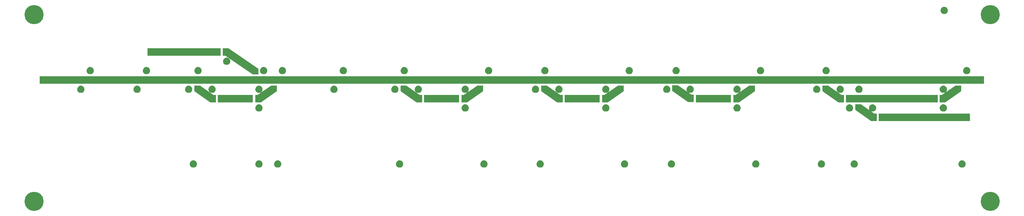
<source format=gbs>
G04 Layer: BottomSolderMaskLayer*
G04 EasyEDA v6.5.32, 2023-07-25 14:04:49*
G04 83b8108bbb2141419d28d1856ce8099d,5a6b42c53f6a479593ecc07194224c93,10*
G04 Gerber Generator version 0.2*
G04 Scale: 100 percent, Rotated: No, Reflected: No *
G04 Dimensions in millimeters *
G04 leading zeros omitted , absolute positions ,4 integer and 5 decimal *
%FSLAX45Y45*%
%MOMM*%

%ADD10C,5.2032*%

%LPD*%
G36*
X6134100Y19659600D02*
G01*
X6134100Y19456400D01*
X6197600Y19456400D01*
X6946900Y18948400D01*
X7099300Y18948400D01*
X7099300Y19100800D01*
X6286500Y19659600D01*
G37*
G36*
X5359400Y18643600D02*
G01*
X5359400Y18491200D01*
X5791200Y18186400D01*
X5943600Y18186400D01*
X5943600Y18389600D01*
X5880100Y18389600D01*
X5511800Y18643600D01*
G37*
G36*
X7442200Y18643600D02*
G01*
X7073900Y18389600D01*
X7010400Y18389600D01*
X7010400Y18186400D01*
X7162800Y18186400D01*
X7594600Y18491200D01*
X7594600Y18643600D01*
G37*
G36*
X13030200Y18643600D02*
G01*
X12661900Y18389600D01*
X12598400Y18389600D01*
X12598400Y18186400D01*
X12750800Y18186400D01*
X13182600Y18491200D01*
X13182600Y18643600D01*
G37*
G36*
X16840200Y18643600D02*
G01*
X16471900Y18389600D01*
X16408400Y18389600D01*
X16408400Y18186400D01*
X16560800Y18186400D01*
X16992600Y18491200D01*
X16992600Y18643600D01*
G37*
G36*
X20396200Y18643600D02*
G01*
X20027900Y18389600D01*
X19964400Y18389600D01*
X19964400Y18186400D01*
X20116800Y18186400D01*
X20548600Y18491200D01*
X20548600Y18643600D01*
G37*
G36*
X25984200Y18643600D02*
G01*
X25615900Y18389600D01*
X25552400Y18389600D01*
X25552400Y18186400D01*
X25704800Y18186400D01*
X26136600Y18491200D01*
X26136600Y18643600D01*
G37*
G36*
X10947400Y18643600D02*
G01*
X10947400Y18491200D01*
X11379200Y18186400D01*
X11531600Y18186400D01*
X11531600Y18389600D01*
X11468100Y18389600D01*
X11099800Y18643600D01*
G37*
G36*
X14757400Y18643600D02*
G01*
X14757400Y18491200D01*
X15189200Y18186400D01*
X15341600Y18186400D01*
X15341600Y18389600D01*
X15278100Y18389600D01*
X14909800Y18643600D01*
G37*
G36*
X18310148Y18646851D02*
G01*
X18310148Y18494451D01*
X18741948Y18189651D01*
X18894348Y18189651D01*
X18894348Y18392851D01*
X18830848Y18392851D01*
X18462548Y18646851D01*
G37*
G36*
X22377400Y18643600D02*
G01*
X22377400Y18491200D01*
X22809200Y18186400D01*
X22961600Y18186400D01*
X22961600Y18389600D01*
X22898100Y18389600D01*
X22529800Y18643600D01*
G37*
G36*
X23266400Y18135600D02*
G01*
X23266400Y17983200D01*
X23698200Y17678400D01*
X23850600Y17678400D01*
X23850600Y17881600D01*
X23787100Y17881600D01*
X23418800Y18135600D01*
G37*
G36*
X5331764Y16608856D02*
G01*
X5322773Y16608247D01*
X5313883Y16606824D01*
X5305145Y16604589D01*
X5296662Y16601592D01*
X5288483Y16597782D01*
X5280710Y16593312D01*
X5273344Y16588130D01*
X5266486Y16582288D01*
X5260187Y16575836D01*
X5254498Y16568877D01*
X5249519Y16561358D01*
X5245150Y16553484D01*
X5241594Y16545204D01*
X5238750Y16536669D01*
X5236718Y16527932D01*
X5235498Y16518991D01*
X5235092Y16510000D01*
X5235498Y16501008D01*
X5236718Y16492067D01*
X5238750Y16483330D01*
X5241594Y16474744D01*
X5245150Y16466515D01*
X5249519Y16458590D01*
X5254498Y16451122D01*
X5260187Y16444163D01*
X5266486Y16437711D01*
X5273344Y16431869D01*
X5280710Y16426688D01*
X5288483Y16422166D01*
X5296662Y16418407D01*
X5300878Y16416782D01*
X5309514Y16414191D01*
X5318302Y16412362D01*
X5327243Y16411346D01*
X5336235Y16411143D01*
X5345226Y16411752D01*
X5354116Y16413175D01*
X5362854Y16415410D01*
X5367121Y16416782D01*
X5375452Y16420185D01*
X5383428Y16424351D01*
X5391048Y16429177D01*
X5398160Y16434714D01*
X5404713Y16440861D01*
X5410708Y16447566D01*
X5416092Y16454831D01*
X5420766Y16462501D01*
X5424728Y16470579D01*
X5427929Y16479012D01*
X5430367Y16487698D01*
X5431993Y16496538D01*
X5432806Y16505478D01*
X5432806Y16514521D01*
X5431993Y16523462D01*
X5430367Y16532301D01*
X5427929Y16540988D01*
X5424728Y16549420D01*
X5420766Y16557498D01*
X5416092Y16565168D01*
X5410708Y16572433D01*
X5404713Y16579138D01*
X5398160Y16585285D01*
X5391048Y16590772D01*
X5383428Y16595648D01*
X5375452Y16599763D01*
X5371338Y16601592D01*
X5362854Y16604589D01*
X5354116Y16606824D01*
X5345226Y16608247D01*
X5336235Y16608856D01*
G37*
G36*
X7109764Y16608856D02*
G01*
X7100773Y16608247D01*
X7091883Y16606824D01*
X7083145Y16604589D01*
X7074662Y16601592D01*
X7066483Y16597782D01*
X7058710Y16593312D01*
X7051344Y16588130D01*
X7044486Y16582288D01*
X7038187Y16575836D01*
X7032498Y16568877D01*
X7027519Y16561358D01*
X7023150Y16553484D01*
X7019594Y16545204D01*
X7016750Y16536669D01*
X7014718Y16527932D01*
X7013498Y16518991D01*
X7013092Y16510000D01*
X7013498Y16501008D01*
X7014718Y16492067D01*
X7016750Y16483330D01*
X7019594Y16474744D01*
X7023150Y16466515D01*
X7027519Y16458590D01*
X7032498Y16451122D01*
X7038187Y16444163D01*
X7044486Y16437711D01*
X7051344Y16431869D01*
X7058710Y16426688D01*
X7066483Y16422166D01*
X7074662Y16418407D01*
X7078878Y16416782D01*
X7087514Y16414191D01*
X7096302Y16412362D01*
X7105243Y16411346D01*
X7114235Y16411143D01*
X7123226Y16411752D01*
X7132116Y16413175D01*
X7140854Y16415410D01*
X7145121Y16416782D01*
X7153452Y16420185D01*
X7161428Y16424351D01*
X7169048Y16429177D01*
X7176160Y16434714D01*
X7182713Y16440861D01*
X7188708Y16447566D01*
X7194092Y16454831D01*
X7198766Y16462501D01*
X7202728Y16470579D01*
X7205929Y16479012D01*
X7208367Y16487698D01*
X7209993Y16496538D01*
X7210806Y16505478D01*
X7210806Y16514521D01*
X7209993Y16523462D01*
X7208367Y16532301D01*
X7205929Y16540988D01*
X7202728Y16549420D01*
X7198766Y16557498D01*
X7194092Y16565168D01*
X7188708Y16572433D01*
X7182713Y16579138D01*
X7176160Y16585285D01*
X7169048Y16590772D01*
X7161428Y16595648D01*
X7153452Y16599763D01*
X7149338Y16601592D01*
X7140854Y16604589D01*
X7132116Y16606824D01*
X7123226Y16608247D01*
X7114235Y16608856D01*
G37*
G36*
X7617764Y16608856D02*
G01*
X7608773Y16608247D01*
X7599883Y16606824D01*
X7591145Y16604589D01*
X7582662Y16601592D01*
X7574483Y16597782D01*
X7566710Y16593312D01*
X7559344Y16588130D01*
X7552486Y16582288D01*
X7546187Y16575836D01*
X7540498Y16568877D01*
X7535519Y16561358D01*
X7531150Y16553484D01*
X7527594Y16545204D01*
X7524750Y16536669D01*
X7522718Y16527932D01*
X7521498Y16518991D01*
X7521092Y16510000D01*
X7521498Y16501008D01*
X7522718Y16492067D01*
X7524750Y16483330D01*
X7527594Y16474744D01*
X7531150Y16466515D01*
X7535519Y16458590D01*
X7540498Y16451122D01*
X7546187Y16444163D01*
X7552486Y16437711D01*
X7559344Y16431869D01*
X7566710Y16426688D01*
X7574483Y16422166D01*
X7582662Y16418407D01*
X7586878Y16416782D01*
X7595514Y16414191D01*
X7604302Y16412362D01*
X7613243Y16411346D01*
X7622235Y16411143D01*
X7631226Y16411752D01*
X7640116Y16413175D01*
X7648854Y16415410D01*
X7653121Y16416782D01*
X7661452Y16420185D01*
X7669428Y16424351D01*
X7677048Y16429177D01*
X7684160Y16434714D01*
X7690713Y16440861D01*
X7696708Y16447566D01*
X7702092Y16454831D01*
X7706766Y16462501D01*
X7710728Y16470579D01*
X7713929Y16479012D01*
X7716367Y16487698D01*
X7717993Y16496538D01*
X7718806Y16505478D01*
X7718806Y16514521D01*
X7717993Y16523462D01*
X7716367Y16532301D01*
X7713929Y16540988D01*
X7710728Y16549420D01*
X7706766Y16557498D01*
X7702092Y16565168D01*
X7696708Y16572433D01*
X7690713Y16579138D01*
X7684160Y16585285D01*
X7677048Y16590772D01*
X7669428Y16595648D01*
X7661452Y16599763D01*
X7657338Y16601592D01*
X7648854Y16604589D01*
X7640116Y16606824D01*
X7631226Y16608247D01*
X7622235Y16608856D01*
G37*
G36*
X7109764Y18132856D02*
G01*
X7100773Y18132247D01*
X7091883Y18130824D01*
X7083145Y18128589D01*
X7074662Y18125592D01*
X7066483Y18121782D01*
X7058710Y18117312D01*
X7051344Y18112130D01*
X7044486Y18106288D01*
X7038187Y18099836D01*
X7032498Y18092877D01*
X7027519Y18085358D01*
X7023150Y18077484D01*
X7019594Y18069204D01*
X7016750Y18060670D01*
X7014718Y18051932D01*
X7013498Y18042991D01*
X7013092Y18034000D01*
X7013498Y18025008D01*
X7014718Y18016067D01*
X7016750Y18007330D01*
X7019594Y17998744D01*
X7023150Y17990515D01*
X7027519Y17982590D01*
X7032498Y17975122D01*
X7038187Y17968163D01*
X7044486Y17961711D01*
X7051344Y17955869D01*
X7058710Y17950688D01*
X7066483Y17946166D01*
X7074662Y17942407D01*
X7078878Y17940782D01*
X7087514Y17938191D01*
X7096302Y17936362D01*
X7105243Y17935346D01*
X7114235Y17935143D01*
X7123226Y17935752D01*
X7132116Y17937175D01*
X7140854Y17939410D01*
X7145121Y17940782D01*
X7153452Y17944185D01*
X7161428Y17948351D01*
X7169048Y17953177D01*
X7176160Y17958714D01*
X7182713Y17964861D01*
X7188708Y17971566D01*
X7194092Y17978831D01*
X7198766Y17986502D01*
X7202728Y17994579D01*
X7205929Y18003012D01*
X7208367Y18011698D01*
X7209993Y18020538D01*
X7210806Y18029478D01*
X7210806Y18038521D01*
X7209993Y18047462D01*
X7208367Y18056301D01*
X7205929Y18064988D01*
X7202728Y18073420D01*
X7198766Y18081498D01*
X7194092Y18089168D01*
X7188708Y18096433D01*
X7182713Y18103138D01*
X7176160Y18109285D01*
X7169048Y18114772D01*
X7161428Y18119648D01*
X7153452Y18123763D01*
X7149338Y18125592D01*
X7140854Y18128589D01*
X7132116Y18130824D01*
X7123226Y18132247D01*
X7114235Y18132856D01*
G37*
G36*
X5839764Y18640856D02*
G01*
X5830773Y18640247D01*
X5821883Y18638824D01*
X5813145Y18636589D01*
X5804662Y18633592D01*
X5796483Y18629782D01*
X5788710Y18625312D01*
X5781344Y18620130D01*
X5774486Y18614288D01*
X5768187Y18607836D01*
X5762498Y18600877D01*
X5757519Y18593358D01*
X5753150Y18585484D01*
X5749594Y18577204D01*
X5746750Y18568670D01*
X5744718Y18559932D01*
X5743498Y18550991D01*
X5743092Y18542000D01*
X5743498Y18533008D01*
X5744718Y18524067D01*
X5746750Y18515330D01*
X5749594Y18506744D01*
X5753150Y18498515D01*
X5757519Y18490590D01*
X5762498Y18483122D01*
X5768187Y18476163D01*
X5774486Y18469711D01*
X5781344Y18463869D01*
X5788710Y18458688D01*
X5796483Y18454166D01*
X5804662Y18450407D01*
X5808878Y18448782D01*
X5817514Y18446191D01*
X5826302Y18444362D01*
X5835243Y18443346D01*
X5844235Y18443143D01*
X5853226Y18443752D01*
X5862116Y18445175D01*
X5870854Y18447410D01*
X5875121Y18448782D01*
X5883452Y18452185D01*
X5891428Y18456351D01*
X5899048Y18461177D01*
X5906160Y18466714D01*
X5912713Y18472861D01*
X5918708Y18479566D01*
X5924092Y18486831D01*
X5928766Y18494502D01*
X5932728Y18502579D01*
X5935929Y18511012D01*
X5938367Y18519698D01*
X5939993Y18528538D01*
X5940806Y18537478D01*
X5940806Y18546521D01*
X5939993Y18555462D01*
X5938367Y18564301D01*
X5935929Y18572988D01*
X5932728Y18581420D01*
X5928766Y18589498D01*
X5924092Y18597168D01*
X5918708Y18604433D01*
X5912713Y18611138D01*
X5906160Y18617285D01*
X5899048Y18622772D01*
X5891428Y18627648D01*
X5883452Y18631763D01*
X5879338Y18633592D01*
X5870854Y18636589D01*
X5862116Y18638824D01*
X5853226Y18640247D01*
X5844235Y18640856D01*
G37*
G36*
X7109764Y18640856D02*
G01*
X7100773Y18640247D01*
X7091883Y18638824D01*
X7083145Y18636589D01*
X7074662Y18633592D01*
X7066483Y18629782D01*
X7058710Y18625312D01*
X7051344Y18620130D01*
X7044486Y18614288D01*
X7038187Y18607836D01*
X7032498Y18600877D01*
X7027519Y18593358D01*
X7023150Y18585484D01*
X7019594Y18577204D01*
X7016750Y18568670D01*
X7014718Y18559932D01*
X7013498Y18550991D01*
X7013092Y18542000D01*
X7013498Y18533008D01*
X7014718Y18524067D01*
X7016750Y18515330D01*
X7019594Y18506744D01*
X7023150Y18498515D01*
X7027519Y18490590D01*
X7032498Y18483122D01*
X7038187Y18476163D01*
X7044486Y18469711D01*
X7051344Y18463869D01*
X7058710Y18458688D01*
X7066483Y18454166D01*
X7074662Y18450407D01*
X7078878Y18448782D01*
X7087514Y18446191D01*
X7096302Y18444362D01*
X7105243Y18443346D01*
X7114235Y18443143D01*
X7123226Y18443752D01*
X7132116Y18445175D01*
X7140854Y18447410D01*
X7145121Y18448782D01*
X7153452Y18452185D01*
X7161428Y18456351D01*
X7169048Y18461177D01*
X7176160Y18466714D01*
X7182713Y18472861D01*
X7188708Y18479566D01*
X7194092Y18486831D01*
X7198766Y18494502D01*
X7202728Y18502579D01*
X7205929Y18511012D01*
X7208367Y18519698D01*
X7209993Y18528538D01*
X7210806Y18537478D01*
X7210806Y18546521D01*
X7209993Y18555462D01*
X7208367Y18564301D01*
X7205929Y18572988D01*
X7202728Y18581420D01*
X7198766Y18589498D01*
X7194092Y18597168D01*
X7188708Y18604433D01*
X7182713Y18611138D01*
X7176160Y18617285D01*
X7169048Y18622772D01*
X7161428Y18627648D01*
X7153452Y18631763D01*
X7149338Y18633592D01*
X7140854Y18636589D01*
X7132116Y18638824D01*
X7123226Y18640247D01*
X7114235Y18640856D01*
G37*
G36*
X7236764Y19148856D02*
G01*
X7227773Y19148247D01*
X7218883Y19146824D01*
X7210145Y19144589D01*
X7201662Y19141592D01*
X7193483Y19137782D01*
X7185710Y19133312D01*
X7178344Y19128130D01*
X7171486Y19122288D01*
X7165187Y19115836D01*
X7159498Y19108877D01*
X7154519Y19101358D01*
X7150150Y19093484D01*
X7146594Y19085204D01*
X7143750Y19076670D01*
X7141718Y19067932D01*
X7140498Y19058991D01*
X7140092Y19050000D01*
X7140498Y19041008D01*
X7141718Y19032067D01*
X7143750Y19023330D01*
X7146594Y19014744D01*
X7150150Y19006515D01*
X7154519Y18998590D01*
X7159498Y18991122D01*
X7165187Y18984163D01*
X7171486Y18977711D01*
X7178344Y18971869D01*
X7185710Y18966688D01*
X7193483Y18962166D01*
X7201662Y18958407D01*
X7205878Y18956782D01*
X7214514Y18954191D01*
X7223302Y18952362D01*
X7232243Y18951346D01*
X7241235Y18951143D01*
X7250226Y18951752D01*
X7259116Y18953175D01*
X7267854Y18955410D01*
X7272121Y18956782D01*
X7280452Y18960185D01*
X7288428Y18964351D01*
X7296048Y18969177D01*
X7303160Y18974714D01*
X7309713Y18980861D01*
X7315708Y18987566D01*
X7321092Y18994831D01*
X7325766Y19002502D01*
X7329728Y19010579D01*
X7332929Y19019012D01*
X7335367Y19027698D01*
X7336993Y19036538D01*
X7337806Y19045478D01*
X7337806Y19054521D01*
X7336993Y19063462D01*
X7335367Y19072301D01*
X7332929Y19080988D01*
X7329728Y19089420D01*
X7325766Y19097498D01*
X7321092Y19105168D01*
X7315708Y19112433D01*
X7309713Y19119138D01*
X7303160Y19125285D01*
X7296048Y19130772D01*
X7288428Y19135648D01*
X7280452Y19139763D01*
X7276338Y19141592D01*
X7267854Y19144589D01*
X7259116Y19146824D01*
X7250226Y19148247D01*
X7241235Y19148856D01*
G37*
G36*
X7744764Y19148856D02*
G01*
X7735773Y19148247D01*
X7726883Y19146824D01*
X7718145Y19144589D01*
X7709662Y19141592D01*
X7701483Y19137782D01*
X7693710Y19133312D01*
X7686344Y19128130D01*
X7679486Y19122288D01*
X7673187Y19115836D01*
X7667498Y19108877D01*
X7662519Y19101358D01*
X7658150Y19093484D01*
X7654594Y19085204D01*
X7651750Y19076670D01*
X7649718Y19067932D01*
X7648498Y19058991D01*
X7648092Y19050000D01*
X7648498Y19041008D01*
X7649718Y19032067D01*
X7651750Y19023330D01*
X7654594Y19014744D01*
X7658150Y19006515D01*
X7662519Y18998590D01*
X7667498Y18991122D01*
X7673187Y18984163D01*
X7679486Y18977711D01*
X7686344Y18971869D01*
X7693710Y18966688D01*
X7701483Y18962166D01*
X7709662Y18958407D01*
X7713878Y18956782D01*
X7722514Y18954191D01*
X7731302Y18952362D01*
X7740243Y18951346D01*
X7749235Y18951143D01*
X7758226Y18951752D01*
X7767116Y18953175D01*
X7775854Y18955410D01*
X7780121Y18956782D01*
X7788452Y18960185D01*
X7796428Y18964351D01*
X7804048Y18969177D01*
X7811160Y18974714D01*
X7817713Y18980861D01*
X7823708Y18987566D01*
X7829092Y18994831D01*
X7833766Y19002502D01*
X7837728Y19010579D01*
X7840929Y19019012D01*
X7843367Y19027698D01*
X7844993Y19036538D01*
X7845806Y19045478D01*
X7845806Y19054521D01*
X7844993Y19063462D01*
X7843367Y19072301D01*
X7840929Y19080988D01*
X7837728Y19089420D01*
X7833766Y19097498D01*
X7829092Y19105168D01*
X7823708Y19112433D01*
X7817713Y19119138D01*
X7811160Y19125285D01*
X7804048Y19130772D01*
X7796428Y19135648D01*
X7788452Y19139763D01*
X7784338Y19141592D01*
X7775854Y19144589D01*
X7767116Y19146824D01*
X7758226Y19148247D01*
X7749235Y19148856D01*
G37*
G36*
X6233464Y19402856D02*
G01*
X6224473Y19402247D01*
X6215583Y19400824D01*
X6206845Y19398589D01*
X6198362Y19395592D01*
X6190183Y19391782D01*
X6182410Y19387312D01*
X6175044Y19382130D01*
X6168186Y19376288D01*
X6161887Y19369836D01*
X6156198Y19362877D01*
X6151219Y19355358D01*
X6146850Y19347484D01*
X6143294Y19339204D01*
X6140450Y19330670D01*
X6138418Y19321932D01*
X6137198Y19312991D01*
X6136792Y19304000D01*
X6137198Y19295008D01*
X6138418Y19286067D01*
X6140450Y19277330D01*
X6143294Y19268744D01*
X6146850Y19260515D01*
X6151219Y19252590D01*
X6156198Y19245122D01*
X6161887Y19238163D01*
X6168186Y19231711D01*
X6175044Y19225869D01*
X6182410Y19220688D01*
X6190183Y19216166D01*
X6198362Y19212407D01*
X6202578Y19210782D01*
X6211214Y19208191D01*
X6220002Y19206362D01*
X6228943Y19205346D01*
X6237935Y19205143D01*
X6246926Y19205752D01*
X6255816Y19207175D01*
X6264554Y19209410D01*
X6268821Y19210782D01*
X6277152Y19214185D01*
X6285128Y19218351D01*
X6292748Y19223177D01*
X6299860Y19228714D01*
X6306413Y19234861D01*
X6312408Y19241566D01*
X6317792Y19248831D01*
X6322466Y19256502D01*
X6326428Y19264579D01*
X6329629Y19273012D01*
X6332067Y19281698D01*
X6333693Y19290538D01*
X6334506Y19299478D01*
X6334506Y19308521D01*
X6333693Y19317462D01*
X6332067Y19326301D01*
X6329629Y19334988D01*
X6326428Y19343420D01*
X6322466Y19351498D01*
X6317792Y19359168D01*
X6312408Y19366433D01*
X6306413Y19373138D01*
X6299860Y19379285D01*
X6292748Y19384772D01*
X6285128Y19389648D01*
X6277152Y19393763D01*
X6273038Y19395592D01*
X6264554Y19398589D01*
X6255816Y19400824D01*
X6246926Y19402247D01*
X6237935Y19402856D01*
G37*
G36*
X5458764Y19148856D02*
G01*
X5449773Y19148247D01*
X5440883Y19146824D01*
X5432145Y19144589D01*
X5423662Y19141592D01*
X5415483Y19137782D01*
X5407710Y19133312D01*
X5400344Y19128130D01*
X5393486Y19122288D01*
X5387187Y19115836D01*
X5381498Y19108877D01*
X5376519Y19101358D01*
X5372150Y19093484D01*
X5368594Y19085204D01*
X5365750Y19076670D01*
X5363718Y19067932D01*
X5362498Y19058991D01*
X5362092Y19050000D01*
X5362498Y19041008D01*
X5363718Y19032067D01*
X5365750Y19023330D01*
X5368594Y19014744D01*
X5372150Y19006515D01*
X5376519Y18998590D01*
X5381498Y18991122D01*
X5387187Y18984163D01*
X5393486Y18977711D01*
X5400344Y18971869D01*
X5407710Y18966688D01*
X5415483Y18962166D01*
X5423662Y18958407D01*
X5427878Y18956782D01*
X5436514Y18954191D01*
X5445302Y18952362D01*
X5454243Y18951346D01*
X5463235Y18951143D01*
X5472226Y18951752D01*
X5481116Y18953175D01*
X5489854Y18955410D01*
X5494121Y18956782D01*
X5502452Y18960185D01*
X5510428Y18964351D01*
X5518048Y18969177D01*
X5525160Y18974714D01*
X5531713Y18980861D01*
X5537708Y18987566D01*
X5543092Y18994831D01*
X5547766Y19002502D01*
X5551728Y19010579D01*
X5554929Y19019012D01*
X5557367Y19027698D01*
X5558993Y19036538D01*
X5559806Y19045478D01*
X5559806Y19054521D01*
X5558993Y19063462D01*
X5557367Y19072301D01*
X5554929Y19080988D01*
X5551728Y19089420D01*
X5547766Y19097498D01*
X5543092Y19105168D01*
X5537708Y19112433D01*
X5531713Y19119138D01*
X5525160Y19125285D01*
X5518048Y19130772D01*
X5510428Y19135648D01*
X5502452Y19139763D01*
X5498338Y19141592D01*
X5489854Y19144589D01*
X5481116Y19146824D01*
X5472226Y19148247D01*
X5463235Y19148856D01*
G37*
G36*
X5204764Y18640856D02*
G01*
X5195773Y18640247D01*
X5186883Y18638824D01*
X5178145Y18636589D01*
X5169662Y18633592D01*
X5161483Y18629782D01*
X5153710Y18625312D01*
X5146344Y18620130D01*
X5139486Y18614288D01*
X5133187Y18607836D01*
X5127498Y18600877D01*
X5122519Y18593358D01*
X5118150Y18585484D01*
X5114594Y18577204D01*
X5111750Y18568670D01*
X5109718Y18559932D01*
X5108498Y18550991D01*
X5108092Y18542000D01*
X5108498Y18533008D01*
X5109718Y18524067D01*
X5111750Y18515330D01*
X5114594Y18506744D01*
X5118150Y18498515D01*
X5122519Y18490590D01*
X5127498Y18483122D01*
X5133187Y18476163D01*
X5139486Y18469711D01*
X5146344Y18463869D01*
X5153710Y18458688D01*
X5161483Y18454166D01*
X5169662Y18450407D01*
X5173878Y18448782D01*
X5182514Y18446191D01*
X5191302Y18444362D01*
X5200243Y18443346D01*
X5209235Y18443143D01*
X5218226Y18443752D01*
X5227116Y18445175D01*
X5235854Y18447410D01*
X5240121Y18448782D01*
X5248452Y18452185D01*
X5256428Y18456351D01*
X5264048Y18461177D01*
X5271160Y18466714D01*
X5277713Y18472861D01*
X5283708Y18479566D01*
X5289092Y18486831D01*
X5293766Y18494502D01*
X5297728Y18502579D01*
X5300929Y18511012D01*
X5303367Y18519698D01*
X5304993Y18528538D01*
X5305806Y18537478D01*
X5305806Y18546521D01*
X5304993Y18555462D01*
X5303367Y18564301D01*
X5300929Y18572988D01*
X5297728Y18581420D01*
X5293766Y18589498D01*
X5289092Y18597168D01*
X5283708Y18604433D01*
X5277713Y18611138D01*
X5271160Y18617285D01*
X5264048Y18622772D01*
X5256428Y18627648D01*
X5248452Y18631763D01*
X5244338Y18633592D01*
X5235854Y18636589D01*
X5227116Y18638824D01*
X5218226Y18640247D01*
X5209235Y18640856D01*
G37*
G36*
X3807764Y18640856D02*
G01*
X3798773Y18640247D01*
X3789883Y18638824D01*
X3781145Y18636589D01*
X3772662Y18633592D01*
X3764483Y18629782D01*
X3756710Y18625312D01*
X3749344Y18620130D01*
X3742486Y18614288D01*
X3736187Y18607836D01*
X3730498Y18600877D01*
X3725519Y18593358D01*
X3721150Y18585484D01*
X3717594Y18577204D01*
X3714750Y18568670D01*
X3712718Y18559932D01*
X3711498Y18550991D01*
X3711092Y18542000D01*
X3711498Y18533008D01*
X3712718Y18524067D01*
X3714750Y18515330D01*
X3717594Y18506744D01*
X3721150Y18498515D01*
X3725519Y18490590D01*
X3730498Y18483122D01*
X3736187Y18476163D01*
X3742486Y18469711D01*
X3749344Y18463869D01*
X3756710Y18458688D01*
X3764483Y18454166D01*
X3772662Y18450407D01*
X3776878Y18448782D01*
X3785514Y18446191D01*
X3794302Y18444362D01*
X3803243Y18443346D01*
X3812235Y18443143D01*
X3821226Y18443752D01*
X3830116Y18445175D01*
X3838854Y18447410D01*
X3843121Y18448782D01*
X3851452Y18452185D01*
X3859428Y18456351D01*
X3867048Y18461177D01*
X3874160Y18466714D01*
X3880713Y18472861D01*
X3886708Y18479566D01*
X3892092Y18486831D01*
X3896766Y18494502D01*
X3900728Y18502579D01*
X3903929Y18511012D01*
X3906367Y18519698D01*
X3907993Y18528538D01*
X3908806Y18537478D01*
X3908806Y18546521D01*
X3907993Y18555462D01*
X3906367Y18564301D01*
X3903929Y18572988D01*
X3900728Y18581420D01*
X3896766Y18589498D01*
X3892092Y18597168D01*
X3886708Y18604433D01*
X3880713Y18611138D01*
X3874160Y18617285D01*
X3867048Y18622772D01*
X3859428Y18627648D01*
X3851452Y18631763D01*
X3847337Y18633592D01*
X3838854Y18636589D01*
X3830116Y18638824D01*
X3821226Y18640247D01*
X3812235Y18640856D01*
G37*
G36*
X4061764Y19148856D02*
G01*
X4052773Y19148247D01*
X4043883Y19146824D01*
X4035145Y19144589D01*
X4026662Y19141592D01*
X4018483Y19137782D01*
X4010710Y19133312D01*
X4003344Y19128130D01*
X3996486Y19122288D01*
X3990187Y19115836D01*
X3984498Y19108877D01*
X3979519Y19101358D01*
X3975150Y19093484D01*
X3971594Y19085204D01*
X3968750Y19076670D01*
X3966718Y19067932D01*
X3965498Y19058991D01*
X3965092Y19050000D01*
X3965498Y19041008D01*
X3966718Y19032067D01*
X3968750Y19023330D01*
X3971594Y19014744D01*
X3975150Y19006515D01*
X3979519Y18998590D01*
X3984498Y18991122D01*
X3990187Y18984163D01*
X3996486Y18977711D01*
X4003344Y18971869D01*
X4010710Y18966688D01*
X4018483Y18962166D01*
X4026662Y18958407D01*
X4030878Y18956782D01*
X4039514Y18954191D01*
X4048302Y18952362D01*
X4057243Y18951346D01*
X4066235Y18951143D01*
X4075226Y18951752D01*
X4084116Y18953175D01*
X4092854Y18955410D01*
X4097121Y18956782D01*
X4105452Y18960185D01*
X4113428Y18964351D01*
X4121048Y18969177D01*
X4128160Y18974714D01*
X4134713Y18980861D01*
X4140708Y18987566D01*
X4146092Y18994831D01*
X4150766Y19002502D01*
X4154728Y19010579D01*
X4157929Y19019012D01*
X4160367Y19027698D01*
X4161993Y19036538D01*
X4162806Y19045478D01*
X4162806Y19054521D01*
X4161993Y19063462D01*
X4160367Y19072301D01*
X4157929Y19080988D01*
X4154728Y19089420D01*
X4150766Y19097498D01*
X4146092Y19105168D01*
X4140708Y19112433D01*
X4134713Y19119138D01*
X4128160Y19125285D01*
X4121048Y19130772D01*
X4113428Y19135648D01*
X4105452Y19139763D01*
X4101337Y19141592D01*
X4092854Y19144589D01*
X4084116Y19146824D01*
X4075226Y19148247D01*
X4066235Y19148856D01*
G37*
G36*
X2537764Y19148856D02*
G01*
X2528773Y19148247D01*
X2519883Y19146824D01*
X2511145Y19144589D01*
X2502662Y19141592D01*
X2494483Y19137782D01*
X2486710Y19133312D01*
X2479344Y19128130D01*
X2472486Y19122288D01*
X2466187Y19115836D01*
X2460498Y19108877D01*
X2455519Y19101358D01*
X2451150Y19093484D01*
X2447594Y19085204D01*
X2444750Y19076670D01*
X2442718Y19067932D01*
X2441498Y19058991D01*
X2441092Y19050000D01*
X2441498Y19041008D01*
X2442718Y19032067D01*
X2444750Y19023330D01*
X2447594Y19014744D01*
X2451150Y19006515D01*
X2455519Y18998590D01*
X2460498Y18991122D01*
X2466187Y18984163D01*
X2472486Y18977711D01*
X2479344Y18971869D01*
X2486710Y18966688D01*
X2494483Y18962166D01*
X2502662Y18958407D01*
X2506878Y18956782D01*
X2515514Y18954191D01*
X2524302Y18952362D01*
X2533243Y18951346D01*
X2542235Y18951143D01*
X2551226Y18951752D01*
X2560116Y18953175D01*
X2568854Y18955410D01*
X2573121Y18956782D01*
X2581452Y18960185D01*
X2589428Y18964351D01*
X2597048Y18969177D01*
X2604160Y18974714D01*
X2610713Y18980861D01*
X2616708Y18987566D01*
X2622092Y18994831D01*
X2626766Y19002502D01*
X2630728Y19010579D01*
X2633929Y19019012D01*
X2636367Y19027698D01*
X2637993Y19036538D01*
X2638806Y19045478D01*
X2638806Y19054521D01*
X2637993Y19063462D01*
X2636367Y19072301D01*
X2633929Y19080988D01*
X2630728Y19089420D01*
X2626766Y19097498D01*
X2622092Y19105168D01*
X2616708Y19112433D01*
X2610713Y19119138D01*
X2604160Y19125285D01*
X2597048Y19130772D01*
X2589428Y19135648D01*
X2581452Y19139763D01*
X2577338Y19141592D01*
X2568854Y19144589D01*
X2560116Y19146824D01*
X2551226Y19148247D01*
X2542235Y19148856D01*
G37*
G36*
X2283764Y18640856D02*
G01*
X2274773Y18640247D01*
X2265883Y18638824D01*
X2257145Y18636589D01*
X2248662Y18633592D01*
X2240483Y18629782D01*
X2232710Y18625312D01*
X2225344Y18620130D01*
X2218486Y18614288D01*
X2212187Y18607836D01*
X2206498Y18600877D01*
X2201519Y18593358D01*
X2197150Y18585484D01*
X2193594Y18577204D01*
X2190750Y18568670D01*
X2188718Y18559932D01*
X2187498Y18550991D01*
X2187092Y18542000D01*
X2187498Y18533008D01*
X2188718Y18524067D01*
X2190750Y18515330D01*
X2193594Y18506744D01*
X2197150Y18498515D01*
X2201519Y18490590D01*
X2206498Y18483122D01*
X2212187Y18476163D01*
X2218486Y18469711D01*
X2225344Y18463869D01*
X2232710Y18458688D01*
X2240483Y18454166D01*
X2248662Y18450407D01*
X2252878Y18448782D01*
X2261514Y18446191D01*
X2270302Y18444362D01*
X2279243Y18443346D01*
X2288235Y18443143D01*
X2297226Y18443752D01*
X2306116Y18445175D01*
X2314854Y18447410D01*
X2319121Y18448782D01*
X2327452Y18452185D01*
X2335428Y18456351D01*
X2343048Y18461177D01*
X2350160Y18466714D01*
X2356713Y18472861D01*
X2362708Y18479566D01*
X2368092Y18486831D01*
X2372766Y18494502D01*
X2376728Y18502579D01*
X2379929Y18511012D01*
X2382367Y18519698D01*
X2383993Y18528538D01*
X2384806Y18537478D01*
X2384806Y18546521D01*
X2383993Y18555462D01*
X2382367Y18564301D01*
X2379929Y18572988D01*
X2376728Y18581420D01*
X2372766Y18589498D01*
X2368092Y18597168D01*
X2362708Y18604433D01*
X2356713Y18611138D01*
X2350160Y18617285D01*
X2343048Y18622772D01*
X2335428Y18627648D01*
X2327452Y18631763D01*
X2323338Y18633592D01*
X2314854Y18636589D01*
X2306116Y18638824D01*
X2297226Y18640247D01*
X2288235Y18640856D01*
G37*
G36*
X9141764Y18640856D02*
G01*
X9132773Y18640247D01*
X9123883Y18638824D01*
X9115145Y18636589D01*
X9106662Y18633592D01*
X9098483Y18629782D01*
X9090710Y18625312D01*
X9083344Y18620130D01*
X9076486Y18614288D01*
X9070187Y18607836D01*
X9064498Y18600877D01*
X9059519Y18593358D01*
X9055150Y18585484D01*
X9051594Y18577204D01*
X9048750Y18568670D01*
X9046718Y18559932D01*
X9045498Y18550991D01*
X9045092Y18542000D01*
X9045498Y18533008D01*
X9046718Y18524067D01*
X9048750Y18515330D01*
X9051594Y18506744D01*
X9055150Y18498515D01*
X9059519Y18490590D01*
X9064498Y18483122D01*
X9070187Y18476163D01*
X9076486Y18469711D01*
X9083344Y18463869D01*
X9090710Y18458688D01*
X9098483Y18454166D01*
X9106662Y18450407D01*
X9110878Y18448782D01*
X9119514Y18446191D01*
X9128302Y18444362D01*
X9137243Y18443346D01*
X9146235Y18443143D01*
X9155226Y18443752D01*
X9164116Y18445175D01*
X9172854Y18447410D01*
X9177121Y18448782D01*
X9185452Y18452185D01*
X9193428Y18456351D01*
X9201048Y18461177D01*
X9208160Y18466714D01*
X9214713Y18472861D01*
X9220708Y18479566D01*
X9226092Y18486831D01*
X9230766Y18494502D01*
X9234728Y18502579D01*
X9237929Y18511012D01*
X9240367Y18519698D01*
X9241993Y18528538D01*
X9242806Y18537478D01*
X9242806Y18546521D01*
X9241993Y18555462D01*
X9240367Y18564301D01*
X9237929Y18572988D01*
X9234728Y18581420D01*
X9230766Y18589498D01*
X9226092Y18597168D01*
X9220708Y18604433D01*
X9214713Y18611138D01*
X9208160Y18617285D01*
X9201048Y18622772D01*
X9193428Y18627648D01*
X9185452Y18631763D01*
X9181338Y18633592D01*
X9172854Y18636589D01*
X9164116Y18638824D01*
X9155226Y18640247D01*
X9146235Y18640856D01*
G37*
G36*
X9395764Y19148856D02*
G01*
X9386773Y19148247D01*
X9377883Y19146824D01*
X9369145Y19144589D01*
X9360662Y19141592D01*
X9352483Y19137782D01*
X9344710Y19133312D01*
X9337344Y19128130D01*
X9330486Y19122288D01*
X9324187Y19115836D01*
X9318498Y19108877D01*
X9313519Y19101358D01*
X9309150Y19093484D01*
X9305594Y19085204D01*
X9302750Y19076670D01*
X9300718Y19067932D01*
X9299498Y19058991D01*
X9299092Y19050000D01*
X9299498Y19041008D01*
X9300718Y19032067D01*
X9302750Y19023330D01*
X9305594Y19014744D01*
X9309150Y19006515D01*
X9313519Y18998590D01*
X9318498Y18991122D01*
X9324187Y18984163D01*
X9330486Y18977711D01*
X9337344Y18971869D01*
X9344710Y18966688D01*
X9352483Y18962166D01*
X9360662Y18958407D01*
X9364878Y18956782D01*
X9373514Y18954191D01*
X9382302Y18952362D01*
X9391243Y18951346D01*
X9400235Y18951143D01*
X9409226Y18951752D01*
X9418116Y18953175D01*
X9426854Y18955410D01*
X9431121Y18956782D01*
X9439452Y18960185D01*
X9447428Y18964351D01*
X9455048Y18969177D01*
X9462160Y18974714D01*
X9468713Y18980861D01*
X9474708Y18987566D01*
X9480092Y18994831D01*
X9484766Y19002502D01*
X9488728Y19010579D01*
X9491929Y19019012D01*
X9494367Y19027698D01*
X9495993Y19036538D01*
X9496806Y19045478D01*
X9496806Y19054521D01*
X9495993Y19063462D01*
X9494367Y19072301D01*
X9491929Y19080988D01*
X9488728Y19089420D01*
X9484766Y19097498D01*
X9480092Y19105168D01*
X9474708Y19112433D01*
X9468713Y19119138D01*
X9462160Y19125285D01*
X9455048Y19130772D01*
X9447428Y19135648D01*
X9439452Y19139763D01*
X9435338Y19141592D01*
X9426854Y19144589D01*
X9418116Y19146824D01*
X9409226Y19148247D01*
X9400235Y19148856D01*
G37*
G36*
X11046764Y19148856D02*
G01*
X11037773Y19148247D01*
X11028883Y19146824D01*
X11020145Y19144589D01*
X11011662Y19141592D01*
X11003483Y19137782D01*
X10995710Y19133312D01*
X10988344Y19128130D01*
X10981486Y19122288D01*
X10975187Y19115836D01*
X10969498Y19108877D01*
X10964519Y19101358D01*
X10960150Y19093484D01*
X10956594Y19085204D01*
X10953750Y19076670D01*
X10951718Y19067932D01*
X10950498Y19058991D01*
X10950092Y19050000D01*
X10950498Y19041008D01*
X10951718Y19032067D01*
X10953750Y19023330D01*
X10956594Y19014744D01*
X10960150Y19006515D01*
X10964519Y18998590D01*
X10969498Y18991122D01*
X10975187Y18984163D01*
X10981486Y18977711D01*
X10988344Y18971869D01*
X10995710Y18966688D01*
X11003483Y18962166D01*
X11011662Y18958407D01*
X11015878Y18956782D01*
X11024514Y18954191D01*
X11033302Y18952362D01*
X11042243Y18951346D01*
X11051235Y18951143D01*
X11060226Y18951752D01*
X11069116Y18953175D01*
X11077854Y18955410D01*
X11082121Y18956782D01*
X11090452Y18960185D01*
X11098428Y18964351D01*
X11106048Y18969177D01*
X11113160Y18974714D01*
X11119713Y18980861D01*
X11125708Y18987566D01*
X11131092Y18994831D01*
X11135766Y19002502D01*
X11139728Y19010579D01*
X11142929Y19019012D01*
X11145367Y19027698D01*
X11146993Y19036538D01*
X11147806Y19045478D01*
X11147806Y19054521D01*
X11146993Y19063462D01*
X11145367Y19072301D01*
X11142929Y19080988D01*
X11139728Y19089420D01*
X11135766Y19097498D01*
X11131092Y19105168D01*
X11125708Y19112433D01*
X11119713Y19119138D01*
X11113160Y19125285D01*
X11106048Y19130772D01*
X11098428Y19135648D01*
X11090452Y19139763D01*
X11086338Y19141592D01*
X11077854Y19144589D01*
X11069116Y19146824D01*
X11060226Y19148247D01*
X11051235Y19148856D01*
G37*
G36*
X10792764Y18640856D02*
G01*
X10783773Y18640247D01*
X10774883Y18638824D01*
X10766145Y18636589D01*
X10757662Y18633592D01*
X10749483Y18629782D01*
X10741710Y18625312D01*
X10734344Y18620130D01*
X10727486Y18614288D01*
X10721187Y18607836D01*
X10715498Y18600877D01*
X10710519Y18593358D01*
X10706150Y18585484D01*
X10702594Y18577204D01*
X10699750Y18568670D01*
X10697718Y18559932D01*
X10696498Y18550991D01*
X10696092Y18542000D01*
X10696498Y18533008D01*
X10697718Y18524067D01*
X10699750Y18515330D01*
X10702594Y18506744D01*
X10706150Y18498515D01*
X10710519Y18490590D01*
X10715498Y18483122D01*
X10721187Y18476163D01*
X10727486Y18469711D01*
X10734344Y18463869D01*
X10741710Y18458688D01*
X10749483Y18454166D01*
X10757662Y18450407D01*
X10761878Y18448782D01*
X10770514Y18446191D01*
X10779302Y18444362D01*
X10788243Y18443346D01*
X10797235Y18443143D01*
X10806226Y18443752D01*
X10815116Y18445175D01*
X10823854Y18447410D01*
X10828121Y18448782D01*
X10836452Y18452185D01*
X10844428Y18456351D01*
X10852048Y18461177D01*
X10859160Y18466714D01*
X10865713Y18472861D01*
X10871708Y18479566D01*
X10877092Y18486831D01*
X10881766Y18494502D01*
X10885728Y18502579D01*
X10888929Y18511012D01*
X10891367Y18519698D01*
X10892993Y18528538D01*
X10893806Y18537478D01*
X10893806Y18546521D01*
X10892993Y18555462D01*
X10891367Y18564301D01*
X10888929Y18572988D01*
X10885728Y18581420D01*
X10881766Y18589498D01*
X10877092Y18597168D01*
X10871708Y18604433D01*
X10865713Y18611138D01*
X10859160Y18617285D01*
X10852048Y18622772D01*
X10844428Y18627648D01*
X10836452Y18631763D01*
X10832338Y18633592D01*
X10823854Y18636589D01*
X10815116Y18638824D01*
X10806226Y18640247D01*
X10797235Y18640856D01*
G37*
G36*
X10919764Y16608856D02*
G01*
X10910773Y16608247D01*
X10901883Y16606824D01*
X10893145Y16604589D01*
X10884662Y16601592D01*
X10876483Y16597782D01*
X10868710Y16593312D01*
X10861344Y16588130D01*
X10854486Y16582288D01*
X10848187Y16575836D01*
X10842498Y16568877D01*
X10837519Y16561358D01*
X10833150Y16553484D01*
X10829594Y16545204D01*
X10826750Y16536669D01*
X10824718Y16527932D01*
X10823498Y16518991D01*
X10823092Y16510000D01*
X10823498Y16501008D01*
X10824718Y16492067D01*
X10826750Y16483330D01*
X10829594Y16474744D01*
X10833150Y16466515D01*
X10837519Y16458590D01*
X10842498Y16451122D01*
X10848187Y16444163D01*
X10854486Y16437711D01*
X10861344Y16431869D01*
X10868710Y16426688D01*
X10876483Y16422166D01*
X10884662Y16418407D01*
X10888878Y16416782D01*
X10897514Y16414191D01*
X10906302Y16412362D01*
X10915243Y16411346D01*
X10924235Y16411143D01*
X10933226Y16411752D01*
X10942116Y16413175D01*
X10950854Y16415410D01*
X10955121Y16416782D01*
X10963452Y16420185D01*
X10971428Y16424351D01*
X10979048Y16429177D01*
X10986160Y16434714D01*
X10992713Y16440861D01*
X10998708Y16447566D01*
X11004092Y16454831D01*
X11008766Y16462501D01*
X11012728Y16470579D01*
X11015929Y16479012D01*
X11018367Y16487698D01*
X11019993Y16496538D01*
X11020806Y16505478D01*
X11020806Y16514521D01*
X11019993Y16523462D01*
X11018367Y16532301D01*
X11015929Y16540988D01*
X11012728Y16549420D01*
X11008766Y16557498D01*
X11004092Y16565168D01*
X10998708Y16572433D01*
X10992713Y16579138D01*
X10986160Y16585285D01*
X10979048Y16590772D01*
X10971428Y16595648D01*
X10963452Y16599763D01*
X10959338Y16601592D01*
X10950854Y16604589D01*
X10942116Y16606824D01*
X10933226Y16608247D01*
X10924235Y16608856D01*
G37*
G36*
X13205764Y16608856D02*
G01*
X13196773Y16608247D01*
X13187883Y16606824D01*
X13179145Y16604589D01*
X13170662Y16601592D01*
X13162483Y16597782D01*
X13154710Y16593312D01*
X13147344Y16588130D01*
X13140486Y16582288D01*
X13134187Y16575836D01*
X13128498Y16568877D01*
X13123519Y16561358D01*
X13119150Y16553484D01*
X13115594Y16545204D01*
X13112750Y16536669D01*
X13110718Y16527932D01*
X13109498Y16518991D01*
X13109092Y16510000D01*
X13109498Y16501008D01*
X13110718Y16492067D01*
X13112750Y16483330D01*
X13115594Y16474744D01*
X13119150Y16466515D01*
X13123519Y16458590D01*
X13128498Y16451122D01*
X13134187Y16444163D01*
X13140486Y16437711D01*
X13147344Y16431869D01*
X13154710Y16426688D01*
X13162483Y16422166D01*
X13170662Y16418407D01*
X13174878Y16416782D01*
X13183514Y16414191D01*
X13192302Y16412362D01*
X13201243Y16411346D01*
X13210235Y16411143D01*
X13219226Y16411752D01*
X13228116Y16413175D01*
X13236854Y16415410D01*
X13241121Y16416782D01*
X13249452Y16420185D01*
X13257428Y16424351D01*
X13265048Y16429177D01*
X13272160Y16434714D01*
X13278713Y16440861D01*
X13284707Y16447566D01*
X13290092Y16454831D01*
X13294766Y16462501D01*
X13298728Y16470579D01*
X13301929Y16479012D01*
X13304367Y16487698D01*
X13305993Y16496538D01*
X13306806Y16505478D01*
X13306806Y16514521D01*
X13305993Y16523462D01*
X13304367Y16532301D01*
X13301929Y16540988D01*
X13298728Y16549420D01*
X13294766Y16557498D01*
X13290092Y16565168D01*
X13284707Y16572433D01*
X13278713Y16579138D01*
X13272160Y16585285D01*
X13265048Y16590772D01*
X13257428Y16595648D01*
X13249452Y16599763D01*
X13245338Y16601592D01*
X13236854Y16604589D01*
X13228116Y16606824D01*
X13219226Y16608247D01*
X13210235Y16608856D01*
G37*
G36*
X11427764Y18640856D02*
G01*
X11418773Y18640247D01*
X11409883Y18638824D01*
X11401145Y18636589D01*
X11392662Y18633592D01*
X11384483Y18629782D01*
X11376710Y18625312D01*
X11369344Y18620130D01*
X11362486Y18614288D01*
X11356187Y18607836D01*
X11350498Y18600877D01*
X11345519Y18593358D01*
X11341150Y18585484D01*
X11337594Y18577204D01*
X11334750Y18568670D01*
X11332718Y18559932D01*
X11331498Y18550991D01*
X11331092Y18542000D01*
X11331498Y18533008D01*
X11332718Y18524067D01*
X11334750Y18515330D01*
X11337594Y18506744D01*
X11341150Y18498515D01*
X11345519Y18490590D01*
X11350498Y18483122D01*
X11356187Y18476163D01*
X11362486Y18469711D01*
X11369344Y18463869D01*
X11376710Y18458688D01*
X11384483Y18454166D01*
X11392662Y18450407D01*
X11396878Y18448782D01*
X11405514Y18446191D01*
X11414302Y18444362D01*
X11423243Y18443346D01*
X11432235Y18443143D01*
X11441226Y18443752D01*
X11450116Y18445175D01*
X11458854Y18447410D01*
X11463121Y18448782D01*
X11471452Y18452185D01*
X11479428Y18456351D01*
X11487048Y18461177D01*
X11494160Y18466714D01*
X11500713Y18472861D01*
X11506708Y18479566D01*
X11512092Y18486831D01*
X11516766Y18494502D01*
X11520728Y18502579D01*
X11523929Y18511012D01*
X11526367Y18519698D01*
X11527993Y18528538D01*
X11528806Y18537478D01*
X11528806Y18546521D01*
X11527993Y18555462D01*
X11526367Y18564301D01*
X11523929Y18572988D01*
X11520728Y18581420D01*
X11516766Y18589498D01*
X11512092Y18597168D01*
X11506708Y18604433D01*
X11500713Y18611138D01*
X11494160Y18617285D01*
X11487048Y18622772D01*
X11479428Y18627648D01*
X11471452Y18631763D01*
X11467338Y18633592D01*
X11458854Y18636589D01*
X11450116Y18638824D01*
X11441226Y18640247D01*
X11432235Y18640856D01*
G37*
G36*
X12697764Y18640856D02*
G01*
X12688773Y18640247D01*
X12679883Y18638824D01*
X12671145Y18636589D01*
X12662662Y18633592D01*
X12654483Y18629782D01*
X12646710Y18625312D01*
X12639344Y18620130D01*
X12632486Y18614288D01*
X12626187Y18607836D01*
X12620498Y18600877D01*
X12615519Y18593358D01*
X12611150Y18585484D01*
X12607594Y18577204D01*
X12604750Y18568670D01*
X12602718Y18559932D01*
X12601498Y18550991D01*
X12601092Y18542000D01*
X12601498Y18533008D01*
X12602718Y18524067D01*
X12604750Y18515330D01*
X12607594Y18506744D01*
X12611150Y18498515D01*
X12615519Y18490590D01*
X12620498Y18483122D01*
X12626187Y18476163D01*
X12632486Y18469711D01*
X12639344Y18463869D01*
X12646710Y18458688D01*
X12654483Y18454166D01*
X12662662Y18450407D01*
X12666878Y18448782D01*
X12675514Y18446191D01*
X12684302Y18444362D01*
X12693243Y18443346D01*
X12702235Y18443143D01*
X12711226Y18443752D01*
X12720116Y18445175D01*
X12728854Y18447410D01*
X12733121Y18448782D01*
X12741452Y18452185D01*
X12749428Y18456351D01*
X12757048Y18461177D01*
X12764160Y18466714D01*
X12770713Y18472861D01*
X12776708Y18479566D01*
X12782092Y18486831D01*
X12786766Y18494502D01*
X12790728Y18502579D01*
X12793929Y18511012D01*
X12796367Y18519698D01*
X12797993Y18528538D01*
X12798806Y18537478D01*
X12798806Y18546521D01*
X12797993Y18555462D01*
X12796367Y18564301D01*
X12793929Y18572988D01*
X12790728Y18581420D01*
X12786766Y18589498D01*
X12782092Y18597168D01*
X12776708Y18604433D01*
X12770713Y18611138D01*
X12764160Y18617285D01*
X12757048Y18622772D01*
X12749428Y18627648D01*
X12741452Y18631763D01*
X12737338Y18633592D01*
X12728854Y18636589D01*
X12720116Y18638824D01*
X12711226Y18640247D01*
X12702235Y18640856D01*
G37*
G36*
X12697764Y18132856D02*
G01*
X12688773Y18132247D01*
X12679883Y18130824D01*
X12671145Y18128589D01*
X12662662Y18125592D01*
X12654483Y18121782D01*
X12646710Y18117312D01*
X12639344Y18112130D01*
X12632486Y18106288D01*
X12626187Y18099836D01*
X12620498Y18092877D01*
X12615519Y18085358D01*
X12611150Y18077484D01*
X12607594Y18069204D01*
X12604750Y18060670D01*
X12602718Y18051932D01*
X12601498Y18042991D01*
X12601092Y18034000D01*
X12601498Y18025008D01*
X12602718Y18016067D01*
X12604750Y18007330D01*
X12607594Y17998744D01*
X12611150Y17990515D01*
X12615519Y17982590D01*
X12620498Y17975122D01*
X12626187Y17968163D01*
X12632486Y17961711D01*
X12639344Y17955869D01*
X12646710Y17950688D01*
X12654483Y17946166D01*
X12662662Y17942407D01*
X12666878Y17940782D01*
X12675514Y17938191D01*
X12684302Y17936362D01*
X12693243Y17935346D01*
X12702235Y17935143D01*
X12711226Y17935752D01*
X12720116Y17937175D01*
X12728854Y17939410D01*
X12733121Y17940782D01*
X12741452Y17944185D01*
X12749428Y17948351D01*
X12757048Y17953177D01*
X12764160Y17958714D01*
X12770713Y17964861D01*
X12776708Y17971566D01*
X12782092Y17978831D01*
X12786766Y17986502D01*
X12790728Y17994579D01*
X12793929Y18003012D01*
X12796367Y18011698D01*
X12797993Y18020538D01*
X12798806Y18029478D01*
X12798806Y18038521D01*
X12797993Y18047462D01*
X12796367Y18056301D01*
X12793929Y18064988D01*
X12790728Y18073420D01*
X12786766Y18081498D01*
X12782092Y18089168D01*
X12776708Y18096433D01*
X12770713Y18103138D01*
X12764160Y18109285D01*
X12757048Y18114772D01*
X12749428Y18119648D01*
X12741452Y18123763D01*
X12737338Y18125592D01*
X12728854Y18128589D01*
X12720116Y18130824D01*
X12711226Y18132247D01*
X12702235Y18132856D01*
G37*
G36*
X13332764Y19148856D02*
G01*
X13323773Y19148247D01*
X13314883Y19146824D01*
X13306145Y19144589D01*
X13297662Y19141592D01*
X13289483Y19137782D01*
X13281710Y19133312D01*
X13274344Y19128130D01*
X13267486Y19122288D01*
X13261187Y19115836D01*
X13255498Y19108877D01*
X13250519Y19101358D01*
X13246150Y19093484D01*
X13242594Y19085204D01*
X13239750Y19076670D01*
X13237718Y19067932D01*
X13236498Y19058991D01*
X13236092Y19050000D01*
X13236498Y19041008D01*
X13237718Y19032067D01*
X13239750Y19023330D01*
X13242594Y19014744D01*
X13246150Y19006515D01*
X13250519Y18998590D01*
X13255498Y18991122D01*
X13261187Y18984163D01*
X13267486Y18977711D01*
X13274344Y18971869D01*
X13281710Y18966688D01*
X13289483Y18962166D01*
X13297662Y18958407D01*
X13301878Y18956782D01*
X13310514Y18954191D01*
X13319302Y18952362D01*
X13328243Y18951346D01*
X13337235Y18951143D01*
X13346226Y18951752D01*
X13355116Y18953175D01*
X13363854Y18955410D01*
X13368121Y18956782D01*
X13376452Y18960185D01*
X13384428Y18964351D01*
X13392048Y18969177D01*
X13399160Y18974714D01*
X13405713Y18980861D01*
X13411707Y18987566D01*
X13417092Y18994831D01*
X13421766Y19002502D01*
X13425728Y19010579D01*
X13428929Y19019012D01*
X13431367Y19027698D01*
X13432993Y19036538D01*
X13433806Y19045478D01*
X13433806Y19054521D01*
X13432993Y19063462D01*
X13431367Y19072301D01*
X13428929Y19080988D01*
X13425728Y19089420D01*
X13421766Y19097498D01*
X13417092Y19105168D01*
X13411707Y19112433D01*
X13405713Y19119138D01*
X13399160Y19125285D01*
X13392048Y19130772D01*
X13384428Y19135648D01*
X13376452Y19139763D01*
X13372338Y19141592D01*
X13363854Y19144589D01*
X13355116Y19146824D01*
X13346226Y19148247D01*
X13337235Y19148856D01*
G37*
G36*
X14602764Y18640856D02*
G01*
X14593773Y18640247D01*
X14584883Y18638824D01*
X14576145Y18636589D01*
X14567662Y18633592D01*
X14559483Y18629782D01*
X14551710Y18625312D01*
X14544344Y18620130D01*
X14537486Y18614288D01*
X14531187Y18607836D01*
X14525498Y18600877D01*
X14520519Y18593358D01*
X14516150Y18585484D01*
X14512594Y18577204D01*
X14509750Y18568670D01*
X14507718Y18559932D01*
X14506498Y18550991D01*
X14506092Y18542000D01*
X14506498Y18533008D01*
X14507718Y18524067D01*
X14509750Y18515330D01*
X14512594Y18506744D01*
X14516150Y18498515D01*
X14520519Y18490590D01*
X14525498Y18483122D01*
X14531187Y18476163D01*
X14537486Y18469711D01*
X14544344Y18463869D01*
X14551710Y18458688D01*
X14559483Y18454166D01*
X14567662Y18450407D01*
X14571878Y18448782D01*
X14580514Y18446191D01*
X14589302Y18444362D01*
X14598243Y18443346D01*
X14607235Y18443143D01*
X14616226Y18443752D01*
X14625116Y18445175D01*
X14633854Y18447410D01*
X14638121Y18448782D01*
X14646452Y18452185D01*
X14654428Y18456351D01*
X14662048Y18461177D01*
X14669160Y18466714D01*
X14675713Y18472861D01*
X14681707Y18479566D01*
X14687092Y18486831D01*
X14691766Y18494502D01*
X14695728Y18502579D01*
X14698929Y18511012D01*
X14701367Y18519698D01*
X14702993Y18528538D01*
X14703806Y18537478D01*
X14703806Y18546521D01*
X14702993Y18555462D01*
X14701367Y18564301D01*
X14698929Y18572988D01*
X14695728Y18581420D01*
X14691766Y18589498D01*
X14687092Y18597168D01*
X14681707Y18604433D01*
X14675713Y18611138D01*
X14669160Y18617285D01*
X14662048Y18622772D01*
X14654428Y18627648D01*
X14646452Y18631763D01*
X14642338Y18633592D01*
X14633854Y18636589D01*
X14625116Y18638824D01*
X14616226Y18640247D01*
X14607235Y18640856D01*
G37*
G36*
X14856764Y19148856D02*
G01*
X14847773Y19148247D01*
X14838883Y19146824D01*
X14830145Y19144589D01*
X14821662Y19141592D01*
X14813483Y19137782D01*
X14805710Y19133312D01*
X14798344Y19128130D01*
X14791486Y19122288D01*
X14785187Y19115836D01*
X14779498Y19108877D01*
X14774519Y19101358D01*
X14770150Y19093484D01*
X14766594Y19085204D01*
X14763750Y19076670D01*
X14761718Y19067932D01*
X14760498Y19058991D01*
X14760092Y19050000D01*
X14760498Y19041008D01*
X14761718Y19032067D01*
X14763750Y19023330D01*
X14766594Y19014744D01*
X14770150Y19006515D01*
X14774519Y18998590D01*
X14779498Y18991122D01*
X14785187Y18984163D01*
X14791486Y18977711D01*
X14798344Y18971869D01*
X14805710Y18966688D01*
X14813483Y18962166D01*
X14821662Y18958407D01*
X14825878Y18956782D01*
X14834514Y18954191D01*
X14843302Y18952362D01*
X14852243Y18951346D01*
X14861235Y18951143D01*
X14870226Y18951752D01*
X14879116Y18953175D01*
X14887854Y18955410D01*
X14892121Y18956782D01*
X14900452Y18960185D01*
X14908428Y18964351D01*
X14916048Y18969177D01*
X14923160Y18974714D01*
X14929713Y18980861D01*
X14935707Y18987566D01*
X14941092Y18994831D01*
X14945766Y19002502D01*
X14949728Y19010579D01*
X14952929Y19019012D01*
X14955367Y19027698D01*
X14956993Y19036538D01*
X14957806Y19045478D01*
X14957806Y19054521D01*
X14956993Y19063462D01*
X14955367Y19072301D01*
X14952929Y19080988D01*
X14949728Y19089420D01*
X14945766Y19097498D01*
X14941092Y19105168D01*
X14935707Y19112433D01*
X14929713Y19119138D01*
X14923160Y19125285D01*
X14916048Y19130772D01*
X14908428Y19135648D01*
X14900452Y19139763D01*
X14896338Y19141592D01*
X14887854Y19144589D01*
X14879116Y19146824D01*
X14870226Y19148247D01*
X14861235Y19148856D01*
G37*
G36*
X15237764Y18640856D02*
G01*
X15228773Y18640247D01*
X15219883Y18638824D01*
X15211145Y18636589D01*
X15202662Y18633592D01*
X15194483Y18629782D01*
X15186710Y18625312D01*
X15179344Y18620130D01*
X15172486Y18614288D01*
X15166187Y18607836D01*
X15160498Y18600877D01*
X15155519Y18593358D01*
X15151150Y18585484D01*
X15147594Y18577204D01*
X15144750Y18568670D01*
X15142718Y18559932D01*
X15141498Y18550991D01*
X15141092Y18542000D01*
X15141498Y18533008D01*
X15142718Y18524067D01*
X15144750Y18515330D01*
X15147594Y18506744D01*
X15151150Y18498515D01*
X15155519Y18490590D01*
X15160498Y18483122D01*
X15166187Y18476163D01*
X15172486Y18469711D01*
X15179344Y18463869D01*
X15186710Y18458688D01*
X15194483Y18454166D01*
X15202662Y18450407D01*
X15206878Y18448782D01*
X15215514Y18446191D01*
X15224302Y18444362D01*
X15233243Y18443346D01*
X15242235Y18443143D01*
X15251226Y18443752D01*
X15260116Y18445175D01*
X15268854Y18447410D01*
X15273121Y18448782D01*
X15281452Y18452185D01*
X15289428Y18456351D01*
X15297048Y18461177D01*
X15304160Y18466714D01*
X15310713Y18472861D01*
X15316707Y18479566D01*
X15322092Y18486831D01*
X15326766Y18494502D01*
X15330728Y18502579D01*
X15333929Y18511012D01*
X15336367Y18519698D01*
X15337993Y18528538D01*
X15338806Y18537478D01*
X15338806Y18546521D01*
X15337993Y18555462D01*
X15336367Y18564301D01*
X15333929Y18572988D01*
X15330728Y18581420D01*
X15326766Y18589498D01*
X15322092Y18597168D01*
X15316707Y18604433D01*
X15310713Y18611138D01*
X15304160Y18617285D01*
X15297048Y18622772D01*
X15289428Y18627648D01*
X15281452Y18631763D01*
X15277338Y18633592D01*
X15268854Y18636589D01*
X15260116Y18638824D01*
X15251226Y18640247D01*
X15242235Y18640856D01*
G37*
G36*
X16507764Y18640856D02*
G01*
X16498773Y18640247D01*
X16489883Y18638824D01*
X16481145Y18636589D01*
X16472662Y18633592D01*
X16464483Y18629782D01*
X16456710Y18625312D01*
X16449344Y18620130D01*
X16442486Y18614288D01*
X16436187Y18607836D01*
X16430498Y18600877D01*
X16425519Y18593358D01*
X16421150Y18585484D01*
X16417594Y18577204D01*
X16414750Y18568670D01*
X16412718Y18559932D01*
X16411498Y18550991D01*
X16411092Y18542000D01*
X16411498Y18533008D01*
X16412718Y18524067D01*
X16414750Y18515330D01*
X16417594Y18506744D01*
X16421150Y18498515D01*
X16425519Y18490590D01*
X16430498Y18483122D01*
X16436187Y18476163D01*
X16442486Y18469711D01*
X16449344Y18463869D01*
X16456710Y18458688D01*
X16464483Y18454166D01*
X16472662Y18450407D01*
X16476878Y18448782D01*
X16485514Y18446191D01*
X16494302Y18444362D01*
X16503243Y18443346D01*
X16512235Y18443143D01*
X16521226Y18443752D01*
X16530116Y18445175D01*
X16538854Y18447410D01*
X16543121Y18448782D01*
X16551452Y18452185D01*
X16559428Y18456351D01*
X16567048Y18461177D01*
X16574160Y18466714D01*
X16580713Y18472861D01*
X16586707Y18479566D01*
X16592092Y18486831D01*
X16596766Y18494502D01*
X16600728Y18502579D01*
X16603929Y18511012D01*
X16606367Y18519698D01*
X16607993Y18528538D01*
X16608806Y18537478D01*
X16608806Y18546521D01*
X16607993Y18555462D01*
X16606367Y18564301D01*
X16603929Y18572988D01*
X16600728Y18581420D01*
X16596766Y18589498D01*
X16592092Y18597168D01*
X16586707Y18604433D01*
X16580713Y18611138D01*
X16574160Y18617285D01*
X16567048Y18622772D01*
X16559428Y18627648D01*
X16551452Y18631763D01*
X16547338Y18633592D01*
X16538854Y18636589D01*
X16530116Y18638824D01*
X16521226Y18640247D01*
X16512235Y18640856D01*
G37*
G36*
X16507764Y18132856D02*
G01*
X16498773Y18132247D01*
X16489883Y18130824D01*
X16481145Y18128589D01*
X16472662Y18125592D01*
X16464483Y18121782D01*
X16456710Y18117312D01*
X16449344Y18112130D01*
X16442486Y18106288D01*
X16436187Y18099836D01*
X16430498Y18092877D01*
X16425519Y18085358D01*
X16421150Y18077484D01*
X16417594Y18069204D01*
X16414750Y18060670D01*
X16412718Y18051932D01*
X16411498Y18042991D01*
X16411092Y18034000D01*
X16411498Y18025008D01*
X16412718Y18016067D01*
X16414750Y18007330D01*
X16417594Y17998744D01*
X16421150Y17990515D01*
X16425519Y17982590D01*
X16430498Y17975122D01*
X16436187Y17968163D01*
X16442486Y17961711D01*
X16449344Y17955869D01*
X16456710Y17950688D01*
X16464483Y17946166D01*
X16472662Y17942407D01*
X16476878Y17940782D01*
X16485514Y17938191D01*
X16494302Y17936362D01*
X16503243Y17935346D01*
X16512235Y17935143D01*
X16521226Y17935752D01*
X16530116Y17937175D01*
X16538854Y17939410D01*
X16543121Y17940782D01*
X16551452Y17944185D01*
X16559428Y17948351D01*
X16567048Y17953177D01*
X16574160Y17958714D01*
X16580713Y17964861D01*
X16586707Y17971566D01*
X16592092Y17978831D01*
X16596766Y17986502D01*
X16600728Y17994579D01*
X16603929Y18003012D01*
X16606367Y18011698D01*
X16607993Y18020538D01*
X16608806Y18029478D01*
X16608806Y18038521D01*
X16607993Y18047462D01*
X16606367Y18056301D01*
X16603929Y18064988D01*
X16600728Y18073420D01*
X16596766Y18081498D01*
X16592092Y18089168D01*
X16586707Y18096433D01*
X16580713Y18103138D01*
X16574160Y18109285D01*
X16567048Y18114772D01*
X16559428Y18119648D01*
X16551452Y18123763D01*
X16547338Y18125592D01*
X16538854Y18128589D01*
X16530116Y18130824D01*
X16521226Y18132247D01*
X16512235Y18132856D01*
G37*
G36*
X17142764Y19148856D02*
G01*
X17133773Y19148247D01*
X17124883Y19146824D01*
X17116145Y19144589D01*
X17107662Y19141592D01*
X17099483Y19137782D01*
X17091710Y19133312D01*
X17084344Y19128130D01*
X17077486Y19122288D01*
X17071187Y19115836D01*
X17065498Y19108877D01*
X17060519Y19101358D01*
X17056150Y19093484D01*
X17052594Y19085204D01*
X17049750Y19076670D01*
X17047718Y19067932D01*
X17046498Y19058991D01*
X17046092Y19050000D01*
X17046498Y19041008D01*
X17047718Y19032067D01*
X17049750Y19023330D01*
X17052594Y19014744D01*
X17056150Y19006515D01*
X17060519Y18998590D01*
X17065498Y18991122D01*
X17071187Y18984163D01*
X17077486Y18977711D01*
X17084344Y18971869D01*
X17091710Y18966688D01*
X17099483Y18962166D01*
X17107662Y18958407D01*
X17111878Y18956782D01*
X17120514Y18954191D01*
X17129302Y18952362D01*
X17138243Y18951346D01*
X17147235Y18951143D01*
X17156226Y18951752D01*
X17165116Y18953175D01*
X17173854Y18955410D01*
X17178121Y18956782D01*
X17186452Y18960185D01*
X17194428Y18964351D01*
X17202048Y18969177D01*
X17209160Y18974714D01*
X17215713Y18980861D01*
X17221708Y18987566D01*
X17227092Y18994831D01*
X17231766Y19002502D01*
X17235728Y19010579D01*
X17238929Y19019012D01*
X17241367Y19027698D01*
X17242993Y19036538D01*
X17243806Y19045478D01*
X17243806Y19054521D01*
X17242993Y19063462D01*
X17241367Y19072301D01*
X17238929Y19080988D01*
X17235728Y19089420D01*
X17231766Y19097498D01*
X17227092Y19105168D01*
X17221708Y19112433D01*
X17215713Y19119138D01*
X17209160Y19125285D01*
X17202048Y19130772D01*
X17194428Y19135648D01*
X17186452Y19139763D01*
X17182338Y19141592D01*
X17173854Y19144589D01*
X17165116Y19146824D01*
X17156226Y19148247D01*
X17147235Y19148856D01*
G37*
G36*
X14729764Y16608856D02*
G01*
X14720773Y16608247D01*
X14711883Y16606824D01*
X14703145Y16604589D01*
X14694662Y16601592D01*
X14686483Y16597782D01*
X14678710Y16593312D01*
X14671344Y16588130D01*
X14664486Y16582288D01*
X14658187Y16575836D01*
X14652498Y16568877D01*
X14647519Y16561358D01*
X14643150Y16553484D01*
X14639594Y16545204D01*
X14636750Y16536669D01*
X14634718Y16527932D01*
X14633498Y16518991D01*
X14633092Y16510000D01*
X14633498Y16501008D01*
X14634718Y16492067D01*
X14636750Y16483330D01*
X14639594Y16474744D01*
X14643150Y16466515D01*
X14647519Y16458590D01*
X14652498Y16451122D01*
X14658187Y16444163D01*
X14664486Y16437711D01*
X14671344Y16431869D01*
X14678710Y16426688D01*
X14686483Y16422166D01*
X14694662Y16418407D01*
X14698878Y16416782D01*
X14707514Y16414191D01*
X14716302Y16412362D01*
X14725243Y16411346D01*
X14734235Y16411143D01*
X14743226Y16411752D01*
X14752116Y16413175D01*
X14760854Y16415410D01*
X14765121Y16416782D01*
X14773452Y16420185D01*
X14781428Y16424351D01*
X14789048Y16429177D01*
X14796160Y16434714D01*
X14802713Y16440861D01*
X14808707Y16447566D01*
X14814092Y16454831D01*
X14818766Y16462501D01*
X14822728Y16470579D01*
X14825929Y16479012D01*
X14828367Y16487698D01*
X14829993Y16496538D01*
X14830806Y16505478D01*
X14830806Y16514521D01*
X14829993Y16523462D01*
X14828367Y16532301D01*
X14825929Y16540988D01*
X14822728Y16549420D01*
X14818766Y16557498D01*
X14814092Y16565168D01*
X14808707Y16572433D01*
X14802713Y16579138D01*
X14796160Y16585285D01*
X14789048Y16590772D01*
X14781428Y16595648D01*
X14773452Y16599763D01*
X14769338Y16601592D01*
X14760854Y16604589D01*
X14752116Y16606824D01*
X14743226Y16608247D01*
X14734235Y16608856D01*
G37*
G36*
X17015764Y16608856D02*
G01*
X17006773Y16608247D01*
X16997883Y16606824D01*
X16989145Y16604589D01*
X16980662Y16601592D01*
X16972483Y16597782D01*
X16964710Y16593312D01*
X16957344Y16588130D01*
X16950486Y16582288D01*
X16944187Y16575836D01*
X16938498Y16568877D01*
X16933519Y16561358D01*
X16929150Y16553484D01*
X16925594Y16545204D01*
X16922750Y16536669D01*
X16920718Y16527932D01*
X16919498Y16518991D01*
X16919092Y16510000D01*
X16919498Y16501008D01*
X16920718Y16492067D01*
X16922750Y16483330D01*
X16925594Y16474744D01*
X16929150Y16466515D01*
X16933519Y16458590D01*
X16938498Y16451122D01*
X16944187Y16444163D01*
X16950486Y16437711D01*
X16957344Y16431869D01*
X16964710Y16426688D01*
X16972483Y16422166D01*
X16980662Y16418407D01*
X16984878Y16416782D01*
X16993514Y16414191D01*
X17002302Y16412362D01*
X17011243Y16411346D01*
X17020235Y16411143D01*
X17029226Y16411752D01*
X17038116Y16413175D01*
X17046854Y16415410D01*
X17051121Y16416782D01*
X17059452Y16420185D01*
X17067428Y16424351D01*
X17075048Y16429177D01*
X17082160Y16434714D01*
X17088713Y16440861D01*
X17094708Y16447566D01*
X17100092Y16454831D01*
X17104766Y16462501D01*
X17108728Y16470579D01*
X17111929Y16479012D01*
X17114367Y16487698D01*
X17115993Y16496538D01*
X17116806Y16505478D01*
X17116806Y16514521D01*
X17115993Y16523462D01*
X17114367Y16532301D01*
X17111929Y16540988D01*
X17108728Y16549420D01*
X17104766Y16557498D01*
X17100092Y16565168D01*
X17094708Y16572433D01*
X17088713Y16579138D01*
X17082160Y16585285D01*
X17075048Y16590772D01*
X17067428Y16595648D01*
X17059452Y16599763D01*
X17055338Y16601592D01*
X17046854Y16604589D01*
X17038116Y16606824D01*
X17029226Y16608247D01*
X17020235Y16608856D01*
G37*
G36*
X18158764Y18640856D02*
G01*
X18149773Y18640247D01*
X18140883Y18638824D01*
X18132145Y18636589D01*
X18123662Y18633592D01*
X18115483Y18629782D01*
X18107710Y18625312D01*
X18100344Y18620130D01*
X18093486Y18614288D01*
X18087187Y18607836D01*
X18081498Y18600877D01*
X18076519Y18593358D01*
X18072150Y18585484D01*
X18068594Y18577204D01*
X18065750Y18568670D01*
X18063718Y18559932D01*
X18062498Y18550991D01*
X18062092Y18542000D01*
X18062498Y18533008D01*
X18063718Y18524067D01*
X18065750Y18515330D01*
X18068594Y18506744D01*
X18072150Y18498515D01*
X18076519Y18490590D01*
X18081498Y18483122D01*
X18087187Y18476163D01*
X18093486Y18469711D01*
X18100344Y18463869D01*
X18107710Y18458688D01*
X18115483Y18454166D01*
X18123662Y18450407D01*
X18127878Y18448782D01*
X18136514Y18446191D01*
X18145302Y18444362D01*
X18154243Y18443346D01*
X18163235Y18443143D01*
X18172226Y18443752D01*
X18181116Y18445175D01*
X18189854Y18447410D01*
X18194121Y18448782D01*
X18202452Y18452185D01*
X18210428Y18456351D01*
X18218048Y18461177D01*
X18225160Y18466714D01*
X18231713Y18472861D01*
X18237708Y18479566D01*
X18243092Y18486831D01*
X18247766Y18494502D01*
X18251728Y18502579D01*
X18254929Y18511012D01*
X18257367Y18519698D01*
X18258993Y18528538D01*
X18259806Y18537478D01*
X18259806Y18546521D01*
X18258993Y18555462D01*
X18257367Y18564301D01*
X18254929Y18572988D01*
X18251728Y18581420D01*
X18247766Y18589498D01*
X18243092Y18597168D01*
X18237708Y18604433D01*
X18231713Y18611138D01*
X18225160Y18617285D01*
X18218048Y18622772D01*
X18210428Y18627648D01*
X18202452Y18631763D01*
X18198338Y18633592D01*
X18189854Y18636589D01*
X18181116Y18638824D01*
X18172226Y18640247D01*
X18163235Y18640856D01*
G37*
G36*
X18412764Y19148856D02*
G01*
X18403773Y19148247D01*
X18394883Y19146824D01*
X18386145Y19144589D01*
X18377662Y19141592D01*
X18369483Y19137782D01*
X18361710Y19133312D01*
X18354344Y19128130D01*
X18347486Y19122288D01*
X18341187Y19115836D01*
X18335498Y19108877D01*
X18330519Y19101358D01*
X18326150Y19093484D01*
X18322594Y19085204D01*
X18319750Y19076670D01*
X18317718Y19067932D01*
X18316498Y19058991D01*
X18316092Y19050000D01*
X18316498Y19041008D01*
X18317718Y19032067D01*
X18319750Y19023330D01*
X18322594Y19014744D01*
X18326150Y19006515D01*
X18330519Y18998590D01*
X18335498Y18991122D01*
X18341187Y18984163D01*
X18347486Y18977711D01*
X18354344Y18971869D01*
X18361710Y18966688D01*
X18369483Y18962166D01*
X18377662Y18958407D01*
X18381878Y18956782D01*
X18390514Y18954191D01*
X18399302Y18952362D01*
X18408243Y18951346D01*
X18417235Y18951143D01*
X18426226Y18951752D01*
X18435116Y18953175D01*
X18443854Y18955410D01*
X18448121Y18956782D01*
X18456452Y18960185D01*
X18464428Y18964351D01*
X18472048Y18969177D01*
X18479160Y18974714D01*
X18485713Y18980861D01*
X18491708Y18987566D01*
X18497092Y18994831D01*
X18501766Y19002502D01*
X18505728Y19010579D01*
X18508929Y19019012D01*
X18511367Y19027698D01*
X18512993Y19036538D01*
X18513806Y19045478D01*
X18513806Y19054521D01*
X18512993Y19063462D01*
X18511367Y19072301D01*
X18508929Y19080988D01*
X18505728Y19089420D01*
X18501766Y19097498D01*
X18497092Y19105168D01*
X18491708Y19112433D01*
X18485713Y19119138D01*
X18479160Y19125285D01*
X18472048Y19130772D01*
X18464428Y19135648D01*
X18456452Y19139763D01*
X18452338Y19141592D01*
X18443854Y19144589D01*
X18435116Y19146824D01*
X18426226Y19148247D01*
X18417235Y19148856D01*
G37*
G36*
X18793764Y18640856D02*
G01*
X18784773Y18640247D01*
X18775883Y18638824D01*
X18767145Y18636589D01*
X18758662Y18633592D01*
X18750483Y18629782D01*
X18742710Y18625312D01*
X18735344Y18620130D01*
X18728486Y18614288D01*
X18722187Y18607836D01*
X18716498Y18600877D01*
X18711519Y18593358D01*
X18707150Y18585484D01*
X18703594Y18577204D01*
X18700750Y18568670D01*
X18698718Y18559932D01*
X18697498Y18550991D01*
X18697092Y18542000D01*
X18697498Y18533008D01*
X18698718Y18524067D01*
X18700750Y18515330D01*
X18703594Y18506744D01*
X18707150Y18498515D01*
X18711519Y18490590D01*
X18716498Y18483122D01*
X18722187Y18476163D01*
X18728486Y18469711D01*
X18735344Y18463869D01*
X18742710Y18458688D01*
X18750483Y18454166D01*
X18758662Y18450407D01*
X18762878Y18448782D01*
X18771514Y18446191D01*
X18780302Y18444362D01*
X18789243Y18443346D01*
X18798235Y18443143D01*
X18807226Y18443752D01*
X18816116Y18445175D01*
X18824854Y18447410D01*
X18829121Y18448782D01*
X18837452Y18452185D01*
X18845428Y18456351D01*
X18853048Y18461177D01*
X18860160Y18466714D01*
X18866713Y18472861D01*
X18872708Y18479566D01*
X18878092Y18486831D01*
X18882766Y18494502D01*
X18886728Y18502579D01*
X18889929Y18511012D01*
X18892367Y18519698D01*
X18893993Y18528538D01*
X18894806Y18537478D01*
X18894806Y18546521D01*
X18893993Y18555462D01*
X18892367Y18564301D01*
X18889929Y18572988D01*
X18886728Y18581420D01*
X18882766Y18589498D01*
X18878092Y18597168D01*
X18872708Y18604433D01*
X18866713Y18611138D01*
X18860160Y18617285D01*
X18853048Y18622772D01*
X18845428Y18627648D01*
X18837452Y18631763D01*
X18833338Y18633592D01*
X18824854Y18636589D01*
X18816116Y18638824D01*
X18807226Y18640247D01*
X18798235Y18640856D01*
G37*
G36*
X20063764Y18640856D02*
G01*
X20054773Y18640247D01*
X20045883Y18638824D01*
X20037145Y18636589D01*
X20028662Y18633592D01*
X20020483Y18629782D01*
X20012710Y18625312D01*
X20005344Y18620130D01*
X19998486Y18614288D01*
X19992187Y18607836D01*
X19986498Y18600877D01*
X19981519Y18593358D01*
X19977150Y18585484D01*
X19973594Y18577204D01*
X19970750Y18568670D01*
X19968718Y18559932D01*
X19967498Y18550991D01*
X19967092Y18542000D01*
X19967498Y18533008D01*
X19968718Y18524067D01*
X19970750Y18515330D01*
X19973594Y18506744D01*
X19977150Y18498515D01*
X19981519Y18490590D01*
X19986498Y18483122D01*
X19992187Y18476163D01*
X19998486Y18469711D01*
X20005344Y18463869D01*
X20012710Y18458688D01*
X20020483Y18454166D01*
X20028662Y18450407D01*
X20032878Y18448782D01*
X20041514Y18446191D01*
X20050302Y18444362D01*
X20059243Y18443346D01*
X20068235Y18443143D01*
X20077226Y18443752D01*
X20086116Y18445175D01*
X20094854Y18447410D01*
X20099121Y18448782D01*
X20107452Y18452185D01*
X20115428Y18456351D01*
X20123048Y18461177D01*
X20130160Y18466714D01*
X20136713Y18472861D01*
X20142708Y18479566D01*
X20148092Y18486831D01*
X20152766Y18494502D01*
X20156728Y18502579D01*
X20159929Y18511012D01*
X20162367Y18519698D01*
X20163993Y18528538D01*
X20164806Y18537478D01*
X20164806Y18546521D01*
X20163993Y18555462D01*
X20162367Y18564301D01*
X20159929Y18572988D01*
X20156728Y18581420D01*
X20152766Y18589498D01*
X20148092Y18597168D01*
X20142708Y18604433D01*
X20136713Y18611138D01*
X20130160Y18617285D01*
X20123048Y18622772D01*
X20115428Y18627648D01*
X20107452Y18631763D01*
X20103338Y18633592D01*
X20094854Y18636589D01*
X20086116Y18638824D01*
X20077226Y18640247D01*
X20068235Y18640856D01*
G37*
G36*
X20063764Y18132856D02*
G01*
X20054773Y18132247D01*
X20045883Y18130824D01*
X20037145Y18128589D01*
X20028662Y18125592D01*
X20020483Y18121782D01*
X20012710Y18117312D01*
X20005344Y18112130D01*
X19998486Y18106288D01*
X19992187Y18099836D01*
X19986498Y18092877D01*
X19981519Y18085358D01*
X19977150Y18077484D01*
X19973594Y18069204D01*
X19970750Y18060670D01*
X19968718Y18051932D01*
X19967498Y18042991D01*
X19967092Y18034000D01*
X19967498Y18025008D01*
X19968718Y18016067D01*
X19970750Y18007330D01*
X19973594Y17998744D01*
X19977150Y17990515D01*
X19981519Y17982590D01*
X19986498Y17975122D01*
X19992187Y17968163D01*
X19998486Y17961711D01*
X20005344Y17955869D01*
X20012710Y17950688D01*
X20020483Y17946166D01*
X20028662Y17942407D01*
X20032878Y17940782D01*
X20041514Y17938191D01*
X20050302Y17936362D01*
X20059243Y17935346D01*
X20068235Y17935143D01*
X20077226Y17935752D01*
X20086116Y17937175D01*
X20094854Y17939410D01*
X20099121Y17940782D01*
X20107452Y17944185D01*
X20115428Y17948351D01*
X20123048Y17953177D01*
X20130160Y17958714D01*
X20136713Y17964861D01*
X20142708Y17971566D01*
X20148092Y17978831D01*
X20152766Y17986502D01*
X20156728Y17994579D01*
X20159929Y18003012D01*
X20162367Y18011698D01*
X20163993Y18020538D01*
X20164806Y18029478D01*
X20164806Y18038521D01*
X20163993Y18047462D01*
X20162367Y18056301D01*
X20159929Y18064988D01*
X20156728Y18073420D01*
X20152766Y18081498D01*
X20148092Y18089168D01*
X20142708Y18096433D01*
X20136713Y18103138D01*
X20130160Y18109285D01*
X20123048Y18114772D01*
X20115428Y18119648D01*
X20107452Y18123763D01*
X20103338Y18125592D01*
X20094854Y18128589D01*
X20086116Y18130824D01*
X20077226Y18132247D01*
X20068235Y18132856D01*
G37*
G36*
X18285764Y16608856D02*
G01*
X18276773Y16608247D01*
X18267883Y16606824D01*
X18259145Y16604589D01*
X18250662Y16601592D01*
X18242483Y16597782D01*
X18234710Y16593312D01*
X18227344Y16588130D01*
X18220486Y16582288D01*
X18214187Y16575836D01*
X18208498Y16568877D01*
X18203519Y16561358D01*
X18199150Y16553484D01*
X18195594Y16545204D01*
X18192750Y16536669D01*
X18190718Y16527932D01*
X18189498Y16518991D01*
X18189092Y16510000D01*
X18189498Y16501008D01*
X18190718Y16492067D01*
X18192750Y16483330D01*
X18195594Y16474744D01*
X18199150Y16466515D01*
X18203519Y16458590D01*
X18208498Y16451122D01*
X18214187Y16444163D01*
X18220486Y16437711D01*
X18227344Y16431869D01*
X18234710Y16426688D01*
X18242483Y16422166D01*
X18250662Y16418407D01*
X18254878Y16416782D01*
X18263514Y16414191D01*
X18272302Y16412362D01*
X18281243Y16411346D01*
X18290235Y16411143D01*
X18299226Y16411752D01*
X18308116Y16413175D01*
X18316854Y16415410D01*
X18321121Y16416782D01*
X18329452Y16420185D01*
X18337428Y16424351D01*
X18345048Y16429177D01*
X18352160Y16434714D01*
X18358713Y16440861D01*
X18364708Y16447566D01*
X18370092Y16454831D01*
X18374766Y16462501D01*
X18378728Y16470579D01*
X18381929Y16479012D01*
X18384367Y16487698D01*
X18385993Y16496538D01*
X18386806Y16505478D01*
X18386806Y16514521D01*
X18385993Y16523462D01*
X18384367Y16532301D01*
X18381929Y16540988D01*
X18378728Y16549420D01*
X18374766Y16557498D01*
X18370092Y16565168D01*
X18364708Y16572433D01*
X18358713Y16579138D01*
X18352160Y16585285D01*
X18345048Y16590772D01*
X18337428Y16595648D01*
X18329452Y16599763D01*
X18325338Y16601592D01*
X18316854Y16604589D01*
X18308116Y16606824D01*
X18299226Y16608247D01*
X18290235Y16608856D01*
G37*
G36*
X20571764Y16608856D02*
G01*
X20562773Y16608247D01*
X20553883Y16606824D01*
X20545145Y16604589D01*
X20536662Y16601592D01*
X20528483Y16597782D01*
X20520710Y16593312D01*
X20513344Y16588130D01*
X20506486Y16582288D01*
X20500187Y16575836D01*
X20494498Y16568877D01*
X20489519Y16561358D01*
X20485150Y16553484D01*
X20481594Y16545204D01*
X20478750Y16536669D01*
X20476718Y16527932D01*
X20475498Y16518991D01*
X20475092Y16510000D01*
X20475498Y16501008D01*
X20476718Y16492067D01*
X20478750Y16483330D01*
X20481594Y16474744D01*
X20485150Y16466515D01*
X20489519Y16458590D01*
X20494498Y16451122D01*
X20500187Y16444163D01*
X20506486Y16437711D01*
X20513344Y16431869D01*
X20520710Y16426688D01*
X20528483Y16422166D01*
X20536662Y16418407D01*
X20540878Y16416782D01*
X20549514Y16414191D01*
X20558302Y16412362D01*
X20567243Y16411346D01*
X20576235Y16411143D01*
X20585226Y16411752D01*
X20594116Y16413175D01*
X20602854Y16415410D01*
X20607121Y16416782D01*
X20615452Y16420185D01*
X20623428Y16424351D01*
X20631048Y16429177D01*
X20638160Y16434714D01*
X20644713Y16440861D01*
X20650708Y16447566D01*
X20656092Y16454831D01*
X20660766Y16462501D01*
X20664728Y16470579D01*
X20667929Y16479012D01*
X20670367Y16487698D01*
X20671993Y16496538D01*
X20672806Y16505478D01*
X20672806Y16514521D01*
X20671993Y16523462D01*
X20670367Y16532301D01*
X20667929Y16540988D01*
X20664728Y16549420D01*
X20660766Y16557498D01*
X20656092Y16565168D01*
X20650708Y16572433D01*
X20644713Y16579138D01*
X20638160Y16585285D01*
X20631048Y16590772D01*
X20623428Y16595648D01*
X20615452Y16599763D01*
X20611338Y16601592D01*
X20602854Y16604589D01*
X20594116Y16606824D01*
X20585226Y16608247D01*
X20576235Y16608856D01*
G37*
G36*
X20698764Y19148856D02*
G01*
X20689773Y19148247D01*
X20680883Y19146824D01*
X20672145Y19144589D01*
X20663662Y19141592D01*
X20655483Y19137782D01*
X20647710Y19133312D01*
X20640344Y19128130D01*
X20633486Y19122288D01*
X20627187Y19115836D01*
X20621498Y19108877D01*
X20616519Y19101358D01*
X20612150Y19093484D01*
X20608594Y19085204D01*
X20605750Y19076670D01*
X20603718Y19067932D01*
X20602498Y19058991D01*
X20602092Y19050000D01*
X20602498Y19041008D01*
X20603718Y19032067D01*
X20605750Y19023330D01*
X20608594Y19014744D01*
X20612150Y19006515D01*
X20616519Y18998590D01*
X20621498Y18991122D01*
X20627187Y18984163D01*
X20633486Y18977711D01*
X20640344Y18971869D01*
X20647710Y18966688D01*
X20655483Y18962166D01*
X20663662Y18958407D01*
X20667878Y18956782D01*
X20676514Y18954191D01*
X20685302Y18952362D01*
X20694243Y18951346D01*
X20703235Y18951143D01*
X20712226Y18951752D01*
X20721116Y18953175D01*
X20729854Y18955410D01*
X20734121Y18956782D01*
X20742452Y18960185D01*
X20750428Y18964351D01*
X20758048Y18969177D01*
X20765160Y18974714D01*
X20771713Y18980861D01*
X20777708Y18987566D01*
X20783092Y18994831D01*
X20787766Y19002502D01*
X20791728Y19010579D01*
X20794929Y19019012D01*
X20797367Y19027698D01*
X20798993Y19036538D01*
X20799806Y19045478D01*
X20799806Y19054521D01*
X20798993Y19063462D01*
X20797367Y19072301D01*
X20794929Y19080988D01*
X20791728Y19089420D01*
X20787766Y19097498D01*
X20783092Y19105168D01*
X20777708Y19112433D01*
X20771713Y19119138D01*
X20765160Y19125285D01*
X20758048Y19130772D01*
X20750428Y19135648D01*
X20742452Y19139763D01*
X20738338Y19141592D01*
X20729854Y19144589D01*
X20721116Y19146824D01*
X20712226Y19148247D01*
X20703235Y19148856D01*
G37*
G36*
X22222764Y18640856D02*
G01*
X22213773Y18640247D01*
X22204883Y18638824D01*
X22196145Y18636589D01*
X22187662Y18633592D01*
X22179483Y18629782D01*
X22171710Y18625312D01*
X22164344Y18620130D01*
X22157486Y18614288D01*
X22151187Y18607836D01*
X22145498Y18600877D01*
X22140519Y18593358D01*
X22136150Y18585484D01*
X22132594Y18577204D01*
X22129750Y18568670D01*
X22127718Y18559932D01*
X22126498Y18550991D01*
X22126092Y18542000D01*
X22126498Y18533008D01*
X22127718Y18524067D01*
X22129750Y18515330D01*
X22132594Y18506744D01*
X22136150Y18498515D01*
X22140519Y18490590D01*
X22145498Y18483122D01*
X22151187Y18476163D01*
X22157486Y18469711D01*
X22164344Y18463869D01*
X22171710Y18458688D01*
X22179483Y18454166D01*
X22187662Y18450407D01*
X22191878Y18448782D01*
X22200514Y18446191D01*
X22209302Y18444362D01*
X22218243Y18443346D01*
X22227235Y18443143D01*
X22236226Y18443752D01*
X22245116Y18445175D01*
X22253854Y18447410D01*
X22258121Y18448782D01*
X22266452Y18452185D01*
X22274428Y18456351D01*
X22282048Y18461177D01*
X22289160Y18466714D01*
X22295713Y18472861D01*
X22301708Y18479566D01*
X22307092Y18486831D01*
X22311766Y18494502D01*
X22315728Y18502579D01*
X22318929Y18511012D01*
X22321367Y18519698D01*
X22322993Y18528538D01*
X22323806Y18537478D01*
X22323806Y18546521D01*
X22322993Y18555462D01*
X22321367Y18564301D01*
X22318929Y18572988D01*
X22315728Y18581420D01*
X22311766Y18589498D01*
X22307092Y18597168D01*
X22301708Y18604433D01*
X22295713Y18611138D01*
X22289160Y18617285D01*
X22282048Y18622772D01*
X22274428Y18627648D01*
X22266452Y18631763D01*
X22262338Y18633592D01*
X22253854Y18636589D01*
X22245116Y18638824D01*
X22236226Y18640247D01*
X22227235Y18640856D01*
G37*
G36*
X22349764Y16608856D02*
G01*
X22340773Y16608247D01*
X22331883Y16606824D01*
X22323145Y16604589D01*
X22314662Y16601592D01*
X22306483Y16597782D01*
X22298710Y16593312D01*
X22291344Y16588130D01*
X22284486Y16582288D01*
X22278187Y16575836D01*
X22272498Y16568877D01*
X22267519Y16561358D01*
X22263150Y16553484D01*
X22259594Y16545204D01*
X22256750Y16536669D01*
X22254718Y16527932D01*
X22253498Y16518991D01*
X22253092Y16510000D01*
X22253498Y16501008D01*
X22254718Y16492067D01*
X22256750Y16483330D01*
X22259594Y16474744D01*
X22263150Y16466515D01*
X22267519Y16458590D01*
X22272498Y16451122D01*
X22278187Y16444163D01*
X22284486Y16437711D01*
X22291344Y16431869D01*
X22298710Y16426688D01*
X22306483Y16422166D01*
X22314662Y16418407D01*
X22318878Y16416782D01*
X22327514Y16414191D01*
X22336302Y16412362D01*
X22345243Y16411346D01*
X22354235Y16411143D01*
X22363226Y16411752D01*
X22372116Y16413175D01*
X22380854Y16415410D01*
X22385121Y16416782D01*
X22393452Y16420185D01*
X22401428Y16424351D01*
X22409048Y16429177D01*
X22416160Y16434714D01*
X22422713Y16440861D01*
X22428708Y16447566D01*
X22434092Y16454831D01*
X22438766Y16462501D01*
X22442728Y16470579D01*
X22445929Y16479012D01*
X22448367Y16487698D01*
X22449993Y16496538D01*
X22450806Y16505478D01*
X22450806Y16514521D01*
X22449993Y16523462D01*
X22448367Y16532301D01*
X22445929Y16540988D01*
X22442728Y16549420D01*
X22438766Y16557498D01*
X22434092Y16565168D01*
X22428708Y16572433D01*
X22422713Y16579138D01*
X22416160Y16585285D01*
X22409048Y16590772D01*
X22401428Y16595648D01*
X22393452Y16599763D01*
X22389338Y16601592D01*
X22380854Y16604589D01*
X22372116Y16606824D01*
X22363226Y16608247D01*
X22354235Y16608856D01*
G37*
G36*
X23238764Y16608856D02*
G01*
X23229773Y16608247D01*
X23220883Y16606824D01*
X23212145Y16604589D01*
X23203662Y16601592D01*
X23195483Y16597782D01*
X23187710Y16593312D01*
X23180344Y16588130D01*
X23173486Y16582288D01*
X23167187Y16575836D01*
X23161498Y16568877D01*
X23156519Y16561358D01*
X23152150Y16553484D01*
X23148594Y16545204D01*
X23145750Y16536669D01*
X23143718Y16527932D01*
X23142498Y16518991D01*
X23142092Y16510000D01*
X23142498Y16501008D01*
X23143718Y16492067D01*
X23145750Y16483330D01*
X23148594Y16474744D01*
X23152150Y16466515D01*
X23156519Y16458590D01*
X23161498Y16451122D01*
X23167187Y16444163D01*
X23173486Y16437711D01*
X23180344Y16431869D01*
X23187710Y16426688D01*
X23195483Y16422166D01*
X23203662Y16418407D01*
X23207878Y16416782D01*
X23216514Y16414191D01*
X23225302Y16412362D01*
X23234243Y16411346D01*
X23243235Y16411143D01*
X23252226Y16411752D01*
X23261116Y16413175D01*
X23269854Y16415410D01*
X23274121Y16416782D01*
X23282452Y16420185D01*
X23290428Y16424351D01*
X23298048Y16429177D01*
X23305160Y16434714D01*
X23311713Y16440861D01*
X23317708Y16447566D01*
X23323092Y16454831D01*
X23327766Y16462501D01*
X23331728Y16470579D01*
X23334929Y16479012D01*
X23337367Y16487698D01*
X23338993Y16496538D01*
X23339806Y16505478D01*
X23339806Y16514521D01*
X23338993Y16523462D01*
X23337367Y16532301D01*
X23334929Y16540988D01*
X23331728Y16549420D01*
X23327766Y16557498D01*
X23323092Y16565168D01*
X23317708Y16572433D01*
X23311713Y16579138D01*
X23305160Y16585285D01*
X23298048Y16590772D01*
X23290428Y16595648D01*
X23282452Y16599763D01*
X23278338Y16601592D01*
X23269854Y16604589D01*
X23261116Y16606824D01*
X23252226Y16608247D01*
X23243235Y16608856D01*
G37*
G36*
X22476764Y19148856D02*
G01*
X22467773Y19148247D01*
X22458883Y19146824D01*
X22450145Y19144589D01*
X22441662Y19141592D01*
X22433483Y19137782D01*
X22425710Y19133312D01*
X22418344Y19128130D01*
X22411486Y19122288D01*
X22405187Y19115836D01*
X22399498Y19108877D01*
X22394519Y19101358D01*
X22390150Y19093484D01*
X22386594Y19085204D01*
X22383750Y19076670D01*
X22381718Y19067932D01*
X22380498Y19058991D01*
X22380092Y19050000D01*
X22380498Y19041008D01*
X22381718Y19032067D01*
X22383750Y19023330D01*
X22386594Y19014744D01*
X22390150Y19006515D01*
X22394519Y18998590D01*
X22399498Y18991122D01*
X22405187Y18984163D01*
X22411486Y18977711D01*
X22418344Y18971869D01*
X22425710Y18966688D01*
X22433483Y18962166D01*
X22441662Y18958407D01*
X22445878Y18956782D01*
X22454514Y18954191D01*
X22463302Y18952362D01*
X22472243Y18951346D01*
X22481235Y18951143D01*
X22490226Y18951752D01*
X22499116Y18953175D01*
X22507854Y18955410D01*
X22512121Y18956782D01*
X22520452Y18960185D01*
X22528428Y18964351D01*
X22536048Y18969177D01*
X22543160Y18974714D01*
X22549713Y18980861D01*
X22555708Y18987566D01*
X22561092Y18994831D01*
X22565766Y19002502D01*
X22569728Y19010579D01*
X22572929Y19019012D01*
X22575367Y19027698D01*
X22576993Y19036538D01*
X22577806Y19045478D01*
X22577806Y19054521D01*
X22576993Y19063462D01*
X22575367Y19072301D01*
X22572929Y19080988D01*
X22569728Y19089420D01*
X22565766Y19097498D01*
X22561092Y19105168D01*
X22555708Y19112433D01*
X22549713Y19119138D01*
X22543160Y19125285D01*
X22536048Y19130772D01*
X22528428Y19135648D01*
X22520452Y19139763D01*
X22516338Y19141592D01*
X22507854Y19144589D01*
X22499116Y19146824D01*
X22490226Y19148247D01*
X22481235Y19148856D01*
G37*
G36*
X22857764Y18640856D02*
G01*
X22848773Y18640247D01*
X22839883Y18638824D01*
X22831145Y18636589D01*
X22822662Y18633592D01*
X22814483Y18629782D01*
X22806710Y18625312D01*
X22799344Y18620130D01*
X22792486Y18614288D01*
X22786187Y18607836D01*
X22780498Y18600877D01*
X22775519Y18593358D01*
X22771150Y18585484D01*
X22767594Y18577204D01*
X22764750Y18568670D01*
X22762718Y18559932D01*
X22761498Y18550991D01*
X22761092Y18542000D01*
X22761498Y18533008D01*
X22762718Y18524067D01*
X22764750Y18515330D01*
X22767594Y18506744D01*
X22771150Y18498515D01*
X22775519Y18490590D01*
X22780498Y18483122D01*
X22786187Y18476163D01*
X22792486Y18469711D01*
X22799344Y18463869D01*
X22806710Y18458688D01*
X22814483Y18454166D01*
X22822662Y18450407D01*
X22826878Y18448782D01*
X22835514Y18446191D01*
X22844302Y18444362D01*
X22853243Y18443346D01*
X22862235Y18443143D01*
X22871226Y18443752D01*
X22880116Y18445175D01*
X22888854Y18447410D01*
X22893121Y18448782D01*
X22901452Y18452185D01*
X22909428Y18456351D01*
X22917048Y18461177D01*
X22924160Y18466714D01*
X22930713Y18472861D01*
X22936708Y18479566D01*
X22942092Y18486831D01*
X22946766Y18494502D01*
X22950728Y18502579D01*
X22953929Y18511012D01*
X22956367Y18519698D01*
X22957993Y18528538D01*
X22958806Y18537478D01*
X22958806Y18546521D01*
X22957993Y18555462D01*
X22956367Y18564301D01*
X22953929Y18572988D01*
X22950728Y18581420D01*
X22946766Y18589498D01*
X22942092Y18597168D01*
X22936708Y18604433D01*
X22930713Y18611138D01*
X22924160Y18617285D01*
X22917048Y18622772D01*
X22909428Y18627648D01*
X22901452Y18631763D01*
X22897338Y18633592D01*
X22888854Y18636589D01*
X22880116Y18638824D01*
X22871226Y18640247D01*
X22862235Y18640856D01*
G37*
G36*
X23366323Y18640653D02*
G01*
X23357332Y18640044D01*
X23348442Y18638621D01*
X23339704Y18636386D01*
X23335437Y18635014D01*
X23327106Y18631611D01*
X23319079Y18627445D01*
X23311510Y18622619D01*
X23304398Y18617082D01*
X23297845Y18610935D01*
X23291850Y18604230D01*
X23286466Y18596965D01*
X23281792Y18589294D01*
X23277830Y18581217D01*
X23274629Y18572784D01*
X23272191Y18564148D01*
X23270565Y18555258D01*
X23269752Y18546318D01*
X23269752Y18537326D01*
X23270565Y18528334D01*
X23272191Y18519495D01*
X23274629Y18510808D01*
X23277830Y18502426D01*
X23281792Y18494298D01*
X23286466Y18486628D01*
X23291850Y18479414D01*
X23297845Y18472658D01*
X23304398Y18466511D01*
X23311510Y18461024D01*
X23319079Y18456148D01*
X23327106Y18452033D01*
X23331220Y18450204D01*
X23339704Y18447207D01*
X23348442Y18444972D01*
X23357332Y18443549D01*
X23366323Y18442940D01*
X23375315Y18443143D01*
X23384256Y18444159D01*
X23393044Y18445988D01*
X23401680Y18448629D01*
X23405896Y18450204D01*
X23414075Y18454014D01*
X23421848Y18458484D01*
X23429214Y18463666D01*
X23436072Y18469508D01*
X23442371Y18475960D01*
X23448010Y18482970D01*
X23450651Y18486628D01*
X23455325Y18494298D01*
X23459287Y18502426D01*
X23462488Y18510808D01*
X23463808Y18515126D01*
X23465840Y18523915D01*
X23467060Y18532805D01*
X23467466Y18541796D01*
X23467060Y18550788D01*
X23465840Y18559729D01*
X23463808Y18568466D01*
X23460964Y18577052D01*
X23459287Y18581217D01*
X23455325Y18589294D01*
X23450651Y18596965D01*
X23445266Y18604230D01*
X23439272Y18610935D01*
X23432719Y18617082D01*
X23425607Y18622619D01*
X23417987Y18627445D01*
X23410011Y18631611D01*
X23401680Y18635014D01*
X23393044Y18637605D01*
X23384256Y18639434D01*
X23375315Y18640450D01*
G37*
G36*
X23111764Y18132856D02*
G01*
X23102773Y18132247D01*
X23093883Y18130824D01*
X23085145Y18128589D01*
X23076662Y18125592D01*
X23068483Y18121782D01*
X23060710Y18117312D01*
X23053344Y18112130D01*
X23046486Y18106288D01*
X23040187Y18099836D01*
X23034498Y18092877D01*
X23029519Y18085358D01*
X23025150Y18077484D01*
X23021594Y18069204D01*
X23018750Y18060670D01*
X23016718Y18051932D01*
X23015498Y18042991D01*
X23015092Y18034000D01*
X23015498Y18025008D01*
X23016718Y18016067D01*
X23018750Y18007330D01*
X23021594Y17998744D01*
X23025150Y17990515D01*
X23029519Y17982590D01*
X23034498Y17975122D01*
X23040187Y17968163D01*
X23046486Y17961711D01*
X23053344Y17955869D01*
X23060710Y17950688D01*
X23068483Y17946166D01*
X23076662Y17942407D01*
X23080878Y17940782D01*
X23089514Y17938191D01*
X23098302Y17936362D01*
X23107243Y17935346D01*
X23116235Y17935143D01*
X23125226Y17935752D01*
X23134116Y17937175D01*
X23142854Y17939410D01*
X23147121Y17940782D01*
X23155452Y17944185D01*
X23163428Y17948351D01*
X23171048Y17953177D01*
X23178160Y17958714D01*
X23184713Y17964861D01*
X23190708Y17971566D01*
X23196092Y17978831D01*
X23200766Y17986502D01*
X23204728Y17994579D01*
X23207929Y18003012D01*
X23210367Y18011698D01*
X23211993Y18020538D01*
X23212806Y18029478D01*
X23212806Y18038521D01*
X23211993Y18047462D01*
X23210367Y18056301D01*
X23207929Y18064988D01*
X23204728Y18073420D01*
X23200766Y18081498D01*
X23196092Y18089168D01*
X23190708Y18096433D01*
X23184713Y18103138D01*
X23178160Y18109285D01*
X23171048Y18114772D01*
X23163428Y18119648D01*
X23155452Y18123763D01*
X23151338Y18125592D01*
X23142854Y18128589D01*
X23134116Y18130824D01*
X23125226Y18132247D01*
X23116235Y18132856D01*
G37*
G36*
X23734064Y18132856D02*
G01*
X23725073Y18132247D01*
X23716183Y18130824D01*
X23707445Y18128589D01*
X23698962Y18125592D01*
X23690783Y18121782D01*
X23683010Y18117312D01*
X23675644Y18112130D01*
X23668786Y18106288D01*
X23662487Y18099836D01*
X23656798Y18092877D01*
X23651819Y18085358D01*
X23647450Y18077484D01*
X23643894Y18069204D01*
X23641050Y18060670D01*
X23639018Y18051932D01*
X23637798Y18042991D01*
X23637392Y18034000D01*
X23637798Y18025008D01*
X23639018Y18016067D01*
X23641050Y18007330D01*
X23643894Y17998744D01*
X23647450Y17990515D01*
X23651819Y17982590D01*
X23656798Y17975122D01*
X23662487Y17968163D01*
X23668786Y17961711D01*
X23675644Y17955869D01*
X23683010Y17950688D01*
X23690783Y17946166D01*
X23698962Y17942407D01*
X23703178Y17940782D01*
X23711814Y17938191D01*
X23720602Y17936362D01*
X23729543Y17935346D01*
X23738535Y17935143D01*
X23747526Y17935752D01*
X23756416Y17937175D01*
X23765154Y17939410D01*
X23769421Y17940782D01*
X23777752Y17944185D01*
X23785728Y17948351D01*
X23793348Y17953177D01*
X23800460Y17958714D01*
X23807013Y17964861D01*
X23813008Y17971566D01*
X23818392Y17978831D01*
X23823066Y17986502D01*
X23827028Y17994579D01*
X23830229Y18003012D01*
X23832667Y18011698D01*
X23834293Y18020538D01*
X23835106Y18029478D01*
X23835106Y18038521D01*
X23834293Y18047462D01*
X23832667Y18056301D01*
X23830229Y18064988D01*
X23827028Y18073420D01*
X23823066Y18081498D01*
X23818392Y18089168D01*
X23813008Y18096433D01*
X23807013Y18103138D01*
X23800460Y18109285D01*
X23793348Y18114772D01*
X23785728Y18119648D01*
X23777752Y18123763D01*
X23773638Y18125592D01*
X23765154Y18128589D01*
X23756416Y18130824D01*
X23747526Y18132247D01*
X23738535Y18132856D01*
G37*
G36*
X25652323Y18132653D02*
G01*
X25643332Y18132044D01*
X25634442Y18130621D01*
X25625704Y18128386D01*
X25621437Y18127014D01*
X25613106Y18123611D01*
X25605079Y18119445D01*
X25597510Y18114619D01*
X25590398Y18109082D01*
X25583845Y18102935D01*
X25577850Y18096230D01*
X25572466Y18088965D01*
X25567792Y18081294D01*
X25563830Y18073217D01*
X25560629Y18064784D01*
X25558191Y18056148D01*
X25556565Y18047258D01*
X25555752Y18038318D01*
X25555752Y18029326D01*
X25556565Y18020334D01*
X25558191Y18011495D01*
X25560629Y18002808D01*
X25563830Y17994426D01*
X25567792Y17986298D01*
X25572466Y17978628D01*
X25577850Y17971414D01*
X25583845Y17964658D01*
X25590398Y17958511D01*
X25597510Y17953024D01*
X25605079Y17948148D01*
X25613106Y17944033D01*
X25617220Y17942204D01*
X25625704Y17939207D01*
X25634442Y17936972D01*
X25643332Y17935549D01*
X25652323Y17934940D01*
X25661315Y17935143D01*
X25670256Y17936159D01*
X25679044Y17937988D01*
X25687680Y17940629D01*
X25691896Y17942204D01*
X25700075Y17946014D01*
X25707848Y17950484D01*
X25715214Y17955666D01*
X25722072Y17961508D01*
X25728371Y17967960D01*
X25734010Y17974970D01*
X25736651Y17978628D01*
X25741325Y17986298D01*
X25745287Y17994426D01*
X25748488Y18002808D01*
X25749808Y18007126D01*
X25751840Y18015915D01*
X25753060Y18024805D01*
X25753466Y18033796D01*
X25753060Y18042788D01*
X25751840Y18051729D01*
X25749808Y18060466D01*
X25746964Y18069052D01*
X25745287Y18073217D01*
X25741325Y18081294D01*
X25736651Y18088965D01*
X25731266Y18096230D01*
X25725272Y18102935D01*
X25718719Y18109082D01*
X25711607Y18114619D01*
X25703987Y18119445D01*
X25696011Y18123611D01*
X25687680Y18127014D01*
X25679044Y18129605D01*
X25670256Y18131434D01*
X25661315Y18132450D01*
G37*
G36*
X25652323Y18640653D02*
G01*
X25643332Y18640044D01*
X25634442Y18638621D01*
X25625704Y18636386D01*
X25621437Y18635014D01*
X25613106Y18631611D01*
X25605079Y18627445D01*
X25597510Y18622619D01*
X25590398Y18617082D01*
X25583845Y18610935D01*
X25577850Y18604230D01*
X25572466Y18596965D01*
X25567792Y18589294D01*
X25563830Y18581217D01*
X25560629Y18572784D01*
X25558191Y18564148D01*
X25556565Y18555258D01*
X25555752Y18546318D01*
X25555752Y18537326D01*
X25556565Y18528334D01*
X25558191Y18519495D01*
X25560629Y18510808D01*
X25563830Y18502426D01*
X25567792Y18494298D01*
X25572466Y18486628D01*
X25577850Y18479414D01*
X25583845Y18472658D01*
X25590398Y18466511D01*
X25597510Y18461024D01*
X25605079Y18456148D01*
X25613106Y18452033D01*
X25617220Y18450204D01*
X25625704Y18447207D01*
X25634442Y18444972D01*
X25643332Y18443549D01*
X25652323Y18442940D01*
X25661315Y18443143D01*
X25670256Y18444159D01*
X25679044Y18445988D01*
X25687680Y18448629D01*
X25691896Y18450204D01*
X25700075Y18454014D01*
X25707848Y18458484D01*
X25715214Y18463666D01*
X25722072Y18469508D01*
X25728371Y18475960D01*
X25734010Y18482970D01*
X25736651Y18486628D01*
X25741325Y18494298D01*
X25745287Y18502426D01*
X25748488Y18510808D01*
X25749808Y18515126D01*
X25751840Y18523915D01*
X25753060Y18532805D01*
X25753466Y18541796D01*
X25753060Y18550788D01*
X25751840Y18559729D01*
X25749808Y18568466D01*
X25746964Y18577052D01*
X25745287Y18581217D01*
X25741325Y18589294D01*
X25736651Y18596965D01*
X25731266Y18604230D01*
X25725272Y18610935D01*
X25718719Y18617082D01*
X25711607Y18622619D01*
X25703987Y18627445D01*
X25696011Y18631611D01*
X25687680Y18635014D01*
X25679044Y18637605D01*
X25670256Y18639434D01*
X25661315Y18640450D01*
G37*
G36*
X26286764Y19148856D02*
G01*
X26277773Y19148247D01*
X26268883Y19146824D01*
X26260145Y19144589D01*
X26251662Y19141592D01*
X26243483Y19137782D01*
X26235710Y19133312D01*
X26228344Y19128130D01*
X26221486Y19122288D01*
X26215187Y19115836D01*
X26209498Y19108877D01*
X26204519Y19101358D01*
X26200150Y19093484D01*
X26196594Y19085204D01*
X26193750Y19076670D01*
X26191718Y19067932D01*
X26190498Y19058991D01*
X26190092Y19050000D01*
X26190498Y19041008D01*
X26191718Y19032067D01*
X26193750Y19023330D01*
X26196594Y19014744D01*
X26200150Y19006515D01*
X26204519Y18998590D01*
X26209498Y18991122D01*
X26215187Y18984163D01*
X26221486Y18977711D01*
X26228344Y18971869D01*
X26235710Y18966688D01*
X26243483Y18962166D01*
X26251662Y18958407D01*
X26255878Y18956782D01*
X26264514Y18954191D01*
X26273302Y18952362D01*
X26282243Y18951346D01*
X26291235Y18951143D01*
X26300226Y18951752D01*
X26309116Y18953175D01*
X26317854Y18955410D01*
X26322121Y18956782D01*
X26330452Y18960185D01*
X26338428Y18964351D01*
X26346048Y18969177D01*
X26353160Y18974714D01*
X26359713Y18980861D01*
X26365708Y18987566D01*
X26371092Y18994831D01*
X26375766Y19002502D01*
X26379728Y19010579D01*
X26382929Y19019012D01*
X26385367Y19027698D01*
X26386993Y19036538D01*
X26387806Y19045478D01*
X26387806Y19054521D01*
X26386993Y19063462D01*
X26385367Y19072301D01*
X26382929Y19080988D01*
X26379728Y19089420D01*
X26375766Y19097498D01*
X26371092Y19105168D01*
X26365708Y19112433D01*
X26359713Y19119138D01*
X26353160Y19125285D01*
X26346048Y19130772D01*
X26338428Y19135648D01*
X26330452Y19139763D01*
X26326338Y19141592D01*
X26317854Y19144589D01*
X26309116Y19146824D01*
X26300226Y19148247D01*
X26291235Y19148856D01*
G37*
G36*
X26159764Y16608856D02*
G01*
X26150773Y16608247D01*
X26141883Y16606824D01*
X26133145Y16604589D01*
X26124662Y16601592D01*
X26116483Y16597782D01*
X26108710Y16593312D01*
X26101344Y16588130D01*
X26094486Y16582288D01*
X26088187Y16575836D01*
X26082498Y16568877D01*
X26077519Y16561358D01*
X26073150Y16553484D01*
X26069594Y16545204D01*
X26066750Y16536669D01*
X26064718Y16527932D01*
X26063498Y16518991D01*
X26063092Y16510000D01*
X26063498Y16501008D01*
X26064718Y16492067D01*
X26066750Y16483330D01*
X26069594Y16474744D01*
X26073150Y16466515D01*
X26077519Y16458590D01*
X26082498Y16451122D01*
X26088187Y16444163D01*
X26094486Y16437711D01*
X26101344Y16431869D01*
X26108710Y16426688D01*
X26116483Y16422166D01*
X26124662Y16418407D01*
X26128878Y16416782D01*
X26137514Y16414191D01*
X26146302Y16412362D01*
X26155243Y16411346D01*
X26164235Y16411143D01*
X26173226Y16411752D01*
X26182116Y16413175D01*
X26190854Y16415410D01*
X26195121Y16416782D01*
X26203452Y16420185D01*
X26211428Y16424351D01*
X26219048Y16429177D01*
X26226160Y16434714D01*
X26232713Y16440861D01*
X26238708Y16447566D01*
X26244092Y16454831D01*
X26248766Y16462501D01*
X26252728Y16470579D01*
X26255929Y16479012D01*
X26258367Y16487698D01*
X26259993Y16496538D01*
X26260806Y16505478D01*
X26260806Y16514521D01*
X26259993Y16523462D01*
X26258367Y16532301D01*
X26255929Y16540988D01*
X26252728Y16549420D01*
X26248766Y16557498D01*
X26244092Y16565168D01*
X26238708Y16572433D01*
X26232713Y16579138D01*
X26226160Y16585285D01*
X26219048Y16590772D01*
X26211428Y16595648D01*
X26203452Y16599763D01*
X26199338Y16601592D01*
X26190854Y16604589D01*
X26182116Y16606824D01*
X26173226Y16608247D01*
X26164235Y16608856D01*
G37*
G36*
X25677164Y20787156D02*
G01*
X25668173Y20786547D01*
X25659283Y20785124D01*
X25650545Y20782889D01*
X25642062Y20779892D01*
X25633883Y20776082D01*
X25626110Y20771612D01*
X25618744Y20766430D01*
X25611886Y20760588D01*
X25605587Y20754136D01*
X25599948Y20747177D01*
X25597307Y20743468D01*
X25592633Y20735798D01*
X25588671Y20727720D01*
X25585470Y20719288D01*
X25583032Y20710601D01*
X25581406Y20701762D01*
X25580594Y20692821D01*
X25580594Y20683778D01*
X25581406Y20674838D01*
X25583032Y20665998D01*
X25585470Y20657312D01*
X25588671Y20648879D01*
X25592633Y20640802D01*
X25597307Y20633131D01*
X25602692Y20625866D01*
X25608686Y20619161D01*
X25615239Y20613014D01*
X25622351Y20607477D01*
X25629971Y20602651D01*
X25637947Y20598485D01*
X25646278Y20595082D01*
X25654914Y20592491D01*
X25663702Y20590662D01*
X25672643Y20589646D01*
X25681635Y20589443D01*
X25690626Y20590052D01*
X25699516Y20591475D01*
X25708254Y20593710D01*
X25712521Y20595082D01*
X25720852Y20598485D01*
X25728828Y20602651D01*
X25736448Y20607477D01*
X25743560Y20613014D01*
X25750113Y20619161D01*
X25756108Y20625866D01*
X25761492Y20633131D01*
X25766166Y20640802D01*
X25770128Y20648879D01*
X25773329Y20657312D01*
X25775767Y20665998D01*
X25777393Y20674838D01*
X25778206Y20683778D01*
X25778206Y20692821D01*
X25777393Y20701762D01*
X25775767Y20710601D01*
X25773329Y20719288D01*
X25770128Y20727720D01*
X25766166Y20735798D01*
X25761492Y20743468D01*
X25756108Y20750733D01*
X25750113Y20757438D01*
X25743560Y20763585D01*
X25736448Y20769072D01*
X25728828Y20773948D01*
X25720852Y20778063D01*
X25716738Y20779892D01*
X25708254Y20782889D01*
X25699516Y20785124D01*
X25690626Y20786547D01*
X25681635Y20787156D01*
G37*
D10*
G01*
X1016000Y15494000D03*
G01*
X1016000Y20574000D03*
G01*
X26924000Y15494000D03*
G01*
X26924000Y20574000D03*
G36*
X1168400Y18897600D02*
G01*
X26758900Y18897600D01*
X26758900Y18694400D01*
X1168400Y18694400D01*
G37*
G36*
X23901400Y17881600D02*
G01*
X26377900Y17881600D01*
X26377900Y17678400D01*
X23901400Y17678400D01*
G37*
G36*
X23012400Y18389600D02*
G01*
X25501600Y18389600D01*
X25501600Y18186400D01*
X23012400Y18186400D01*
G37*
G36*
X18948400Y18389600D02*
G01*
X19900900Y18389600D01*
X19900900Y18186400D01*
X18948400Y18186400D01*
G37*
G36*
X15392400Y18389600D02*
G01*
X16344900Y18389600D01*
X16344900Y18186400D01*
X15392400Y18186400D01*
G37*
G36*
X11582400Y18389600D02*
G01*
X12534900Y18389600D01*
X12534900Y18186400D01*
X11582400Y18186400D01*
G37*
G36*
X5994400Y18389600D02*
G01*
X6946900Y18389600D01*
X6946900Y18186400D01*
X5994400Y18186400D01*
G37*
G36*
X4089400Y19659600D02*
G01*
X6070600Y19659600D01*
X6070600Y19456400D01*
X4089400Y19456400D01*
G37*
M02*

</source>
